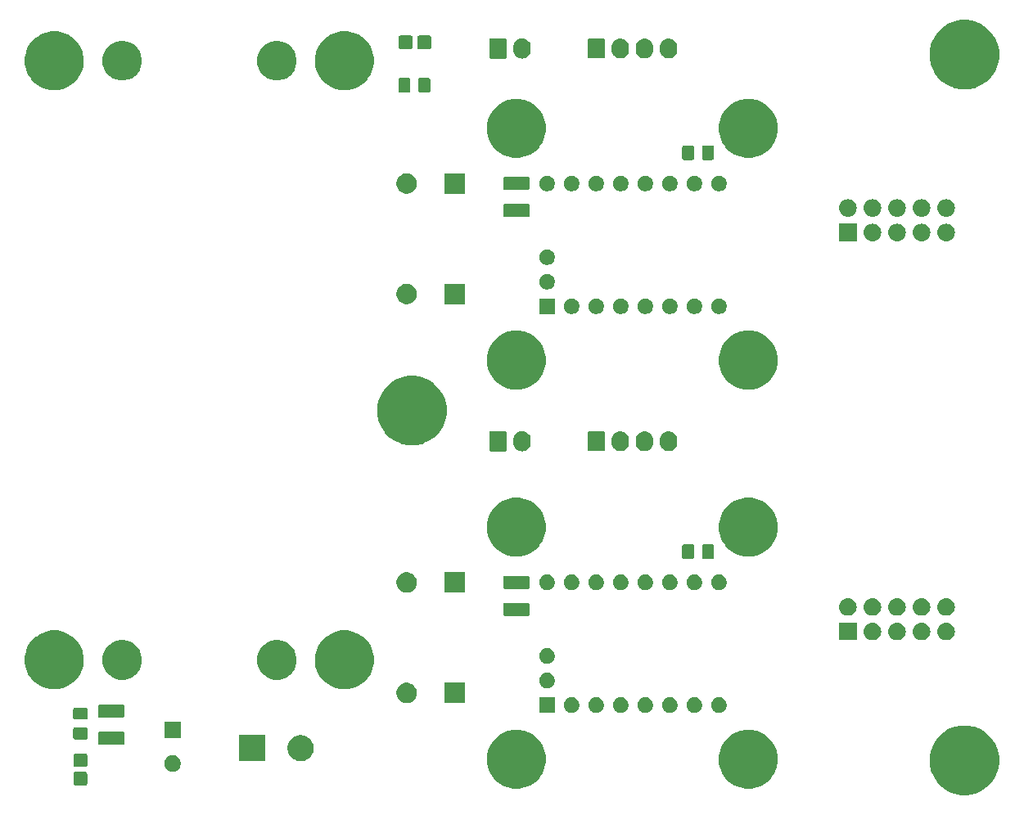
<source format=gts>
G04 #@! TF.GenerationSoftware,KiCad,Pcbnew,5.0.2+dfsg1-1*
G04 #@! TF.CreationDate,2021-08-07T23:42:24+09:00*
G04 #@! TF.ProjectId,tmc-hv-enxtender,746d632d-6876-42d6-956e-7874656e6465,rev?*
G04 #@! TF.SameCoordinates,Original*
G04 #@! TF.FileFunction,Soldermask,Top*
G04 #@! TF.FilePolarity,Negative*
%FSLAX46Y46*%
G04 Gerber Fmt 4.6, Leading zero omitted, Abs format (unit mm)*
G04 Created by KiCad (PCBNEW 5.0.2+dfsg1-1) date Sat 07 Aug 2021 11:42:24 PM JST*
%MOMM*%
%LPD*%
G01*
G04 APERTURE LIST*
%ADD10C,0.100000*%
G04 APERTURE END LIST*
D10*
G36*
X253780079Y-93693345D02*
X253780082Y-93693346D01*
X253780081Y-93693346D01*
X254435240Y-93964721D01*
X254904391Y-94278198D01*
X255024869Y-94358699D01*
X255526301Y-94860131D01*
X255526303Y-94860134D01*
X255920279Y-95449760D01*
X256151912Y-96008974D01*
X256191655Y-96104921D01*
X256330000Y-96800429D01*
X256330000Y-97509571D01*
X256191655Y-98205079D01*
X256191654Y-98205081D01*
X255920279Y-98860240D01*
X255563054Y-99394864D01*
X255526301Y-99449869D01*
X255024869Y-99951301D01*
X255024866Y-99951303D01*
X254435240Y-100345279D01*
X253876026Y-100576912D01*
X253780079Y-100616655D01*
X253084571Y-100755000D01*
X252375429Y-100755000D01*
X251679921Y-100616655D01*
X251583974Y-100576912D01*
X251024760Y-100345279D01*
X250435134Y-99951303D01*
X250435131Y-99951301D01*
X249933699Y-99449869D01*
X249896946Y-99394864D01*
X249539721Y-98860240D01*
X249268346Y-98205081D01*
X249268345Y-98205079D01*
X249130000Y-97509571D01*
X249130000Y-96800429D01*
X249268345Y-96104921D01*
X249308088Y-96008974D01*
X249539721Y-95449760D01*
X249933697Y-94860134D01*
X249933699Y-94860131D01*
X250435131Y-94358699D01*
X250555609Y-94278198D01*
X251024760Y-93964721D01*
X251679919Y-93693346D01*
X251679918Y-93693346D01*
X251679921Y-93693345D01*
X252375429Y-93555000D01*
X253084571Y-93555000D01*
X253780079Y-93693345D01*
X253780079Y-93693345D01*
G37*
G36*
X231264941Y-94091248D02*
X231264943Y-94091249D01*
X231264944Y-94091249D01*
X231820190Y-94321239D01*
X232138609Y-94534000D01*
X232319902Y-94655136D01*
X232744864Y-95080098D01*
X232744866Y-95080101D01*
X233078761Y-95579810D01*
X233308751Y-96135056D01*
X233308752Y-96135059D01*
X233426000Y-96724501D01*
X233426000Y-97325499D01*
X233315086Y-97883100D01*
X233308751Y-97914944D01*
X233078761Y-98470190D01*
X232981257Y-98616115D01*
X232744864Y-98969902D01*
X232319902Y-99394864D01*
X232319899Y-99394866D01*
X231820190Y-99728761D01*
X231264944Y-99958751D01*
X231264943Y-99958751D01*
X231264941Y-99958752D01*
X230675499Y-100076000D01*
X230074501Y-100076000D01*
X229485059Y-99958752D01*
X229485057Y-99958751D01*
X229485056Y-99958751D01*
X228929810Y-99728761D01*
X228430101Y-99394866D01*
X228430098Y-99394864D01*
X228005136Y-98969902D01*
X227768743Y-98616115D01*
X227671239Y-98470190D01*
X227441249Y-97914944D01*
X227434915Y-97883100D01*
X227324000Y-97325499D01*
X227324000Y-96724501D01*
X227441248Y-96135059D01*
X227441249Y-96135056D01*
X227671239Y-95579810D01*
X228005134Y-95080101D01*
X228005136Y-95080098D01*
X228430098Y-94655136D01*
X228611391Y-94534000D01*
X228929810Y-94321239D01*
X229485056Y-94091249D01*
X229485057Y-94091249D01*
X229485059Y-94091248D01*
X230074501Y-93974000D01*
X230675499Y-93974000D01*
X231264941Y-94091248D01*
X231264941Y-94091248D01*
G37*
G36*
X207264941Y-94091248D02*
X207264943Y-94091249D01*
X207264944Y-94091249D01*
X207820190Y-94321239D01*
X208138609Y-94534000D01*
X208319902Y-94655136D01*
X208744864Y-95080098D01*
X208744866Y-95080101D01*
X209078761Y-95579810D01*
X209308751Y-96135056D01*
X209308752Y-96135059D01*
X209426000Y-96724501D01*
X209426000Y-97325499D01*
X209315086Y-97883100D01*
X209308751Y-97914944D01*
X209078761Y-98470190D01*
X208981257Y-98616115D01*
X208744864Y-98969902D01*
X208319902Y-99394864D01*
X208319899Y-99394866D01*
X207820190Y-99728761D01*
X207264944Y-99958751D01*
X207264943Y-99958751D01*
X207264941Y-99958752D01*
X206675499Y-100076000D01*
X206074501Y-100076000D01*
X205485059Y-99958752D01*
X205485057Y-99958751D01*
X205485056Y-99958751D01*
X204929810Y-99728761D01*
X204430101Y-99394866D01*
X204430098Y-99394864D01*
X204005136Y-98969902D01*
X203768743Y-98616115D01*
X203671239Y-98470190D01*
X203441249Y-97914944D01*
X203434915Y-97883100D01*
X203324000Y-97325499D01*
X203324000Y-96724501D01*
X203441248Y-96135059D01*
X203441249Y-96135056D01*
X203671239Y-95579810D01*
X204005134Y-95080101D01*
X204005136Y-95080098D01*
X204430098Y-94655136D01*
X204611391Y-94534000D01*
X204929810Y-94321239D01*
X205485056Y-94091249D01*
X205485057Y-94091249D01*
X205485059Y-94091248D01*
X206074501Y-93974000D01*
X206675499Y-93974000D01*
X207264941Y-94091248D01*
X207264941Y-94091248D01*
G37*
G36*
X161835782Y-98350795D02*
X161871815Y-98361726D01*
X161905028Y-98379479D01*
X161934134Y-98403366D01*
X161958021Y-98432472D01*
X161975774Y-98465685D01*
X161986705Y-98501718D01*
X161991000Y-98545330D01*
X161991000Y-99574670D01*
X161986705Y-99618282D01*
X161975774Y-99654315D01*
X161958021Y-99687528D01*
X161934134Y-99716634D01*
X161905028Y-99740521D01*
X161871815Y-99758274D01*
X161835782Y-99769205D01*
X161792170Y-99773500D01*
X160787830Y-99773500D01*
X160744218Y-99769205D01*
X160708185Y-99758274D01*
X160674972Y-99740521D01*
X160645866Y-99716634D01*
X160621979Y-99687528D01*
X160604226Y-99654315D01*
X160593295Y-99618282D01*
X160589000Y-99574670D01*
X160589000Y-98545330D01*
X160593295Y-98501718D01*
X160604226Y-98465685D01*
X160621979Y-98432472D01*
X160645866Y-98403366D01*
X160674972Y-98379479D01*
X160708185Y-98361726D01*
X160744218Y-98350795D01*
X160787830Y-98346500D01*
X161792170Y-98346500D01*
X161835782Y-98350795D01*
X161835782Y-98350795D01*
G37*
G36*
X171063228Y-96661703D02*
X171218100Y-96725853D01*
X171357481Y-96818985D01*
X171476015Y-96937519D01*
X171569147Y-97076900D01*
X171633297Y-97231772D01*
X171666000Y-97396184D01*
X171666000Y-97563816D01*
X171633297Y-97728228D01*
X171569147Y-97883100D01*
X171476015Y-98022481D01*
X171357481Y-98141015D01*
X171218100Y-98234147D01*
X171063228Y-98298297D01*
X170898816Y-98331000D01*
X170731184Y-98331000D01*
X170566772Y-98298297D01*
X170411900Y-98234147D01*
X170272519Y-98141015D01*
X170153985Y-98022481D01*
X170060853Y-97883100D01*
X169996703Y-97728228D01*
X169964000Y-97563816D01*
X169964000Y-97396184D01*
X169996703Y-97231772D01*
X170060853Y-97076900D01*
X170153985Y-96937519D01*
X170272519Y-96818985D01*
X170411900Y-96725853D01*
X170566772Y-96661703D01*
X170731184Y-96629000D01*
X170898816Y-96629000D01*
X171063228Y-96661703D01*
X171063228Y-96661703D01*
G37*
G36*
X161835782Y-96425795D02*
X161871815Y-96436726D01*
X161905028Y-96454479D01*
X161934134Y-96478366D01*
X161958021Y-96507472D01*
X161975774Y-96540685D01*
X161986705Y-96576718D01*
X161991000Y-96620330D01*
X161991000Y-97649670D01*
X161986705Y-97693282D01*
X161975774Y-97729315D01*
X161958021Y-97762528D01*
X161934134Y-97791634D01*
X161905028Y-97815521D01*
X161871815Y-97833274D01*
X161835782Y-97844205D01*
X161792170Y-97848500D01*
X160787830Y-97848500D01*
X160744218Y-97844205D01*
X160708185Y-97833274D01*
X160674972Y-97815521D01*
X160645866Y-97791634D01*
X160621979Y-97762528D01*
X160604226Y-97729315D01*
X160593295Y-97693282D01*
X160589000Y-97649670D01*
X160589000Y-96620330D01*
X160593295Y-96576718D01*
X160604226Y-96540685D01*
X160621979Y-96507472D01*
X160645866Y-96478366D01*
X160674972Y-96454479D01*
X160708185Y-96436726D01*
X160744218Y-96425795D01*
X160787830Y-96421500D01*
X161792170Y-96421500D01*
X161835782Y-96425795D01*
X161835782Y-96425795D01*
G37*
G36*
X184333567Y-94559959D02*
X184464072Y-94585918D01*
X184709939Y-94687759D01*
X184843384Y-94776925D01*
X184931215Y-94835612D01*
X185119388Y-95023785D01*
X185119390Y-95023788D01*
X185267241Y-95245061D01*
X185369082Y-95490928D01*
X185369082Y-95490929D01*
X185421000Y-95751937D01*
X185421000Y-96018063D01*
X185397728Y-96135059D01*
X185369082Y-96279072D01*
X185267241Y-96524939D01*
X185132993Y-96725854D01*
X185119388Y-96746215D01*
X184931215Y-96934388D01*
X184931212Y-96934390D01*
X184709939Y-97082241D01*
X184464072Y-97184082D01*
X184333567Y-97210041D01*
X184203063Y-97236000D01*
X183936937Y-97236000D01*
X183806433Y-97210041D01*
X183675928Y-97184082D01*
X183430061Y-97082241D01*
X183208788Y-96934390D01*
X183208785Y-96934388D01*
X183020612Y-96746215D01*
X183007007Y-96725854D01*
X182872759Y-96524939D01*
X182770918Y-96279072D01*
X182742272Y-96135059D01*
X182719000Y-96018063D01*
X182719000Y-95751937D01*
X182770918Y-95490929D01*
X182770918Y-95490928D01*
X182872759Y-95245061D01*
X183020610Y-95023788D01*
X183020612Y-95023785D01*
X183208785Y-94835612D01*
X183296616Y-94776925D01*
X183430061Y-94687759D01*
X183675928Y-94585918D01*
X183806433Y-94559959D01*
X183936937Y-94534000D01*
X184203063Y-94534000D01*
X184333567Y-94559959D01*
X184333567Y-94559959D01*
G37*
G36*
X180421000Y-97236000D02*
X177719000Y-97236000D01*
X177719000Y-94534000D01*
X180421000Y-94534000D01*
X180421000Y-97236000D01*
X180421000Y-97236000D01*
G37*
G36*
X165683604Y-94203347D02*
X165720145Y-94214432D01*
X165753820Y-94232431D01*
X165783341Y-94256659D01*
X165807569Y-94286180D01*
X165825568Y-94319855D01*
X165836653Y-94356396D01*
X165841000Y-94400538D01*
X165841000Y-95349462D01*
X165836653Y-95393604D01*
X165825568Y-95430145D01*
X165807569Y-95463820D01*
X165783341Y-95493341D01*
X165753820Y-95517569D01*
X165720145Y-95535568D01*
X165683604Y-95546653D01*
X165639462Y-95551000D01*
X163290538Y-95551000D01*
X163246396Y-95546653D01*
X163209855Y-95535568D01*
X163176180Y-95517569D01*
X163146659Y-95493341D01*
X163122431Y-95463820D01*
X163104432Y-95430145D01*
X163093347Y-95393604D01*
X163089000Y-95349462D01*
X163089000Y-94400538D01*
X163093347Y-94356396D01*
X163104432Y-94319855D01*
X163122431Y-94286180D01*
X163146659Y-94256659D01*
X163176180Y-94232431D01*
X163209855Y-94214432D01*
X163246396Y-94203347D01*
X163290538Y-94199000D01*
X165639462Y-94199000D01*
X165683604Y-94203347D01*
X165683604Y-94203347D01*
G37*
G36*
X161878677Y-93748465D02*
X161916364Y-93759898D01*
X161951103Y-93778466D01*
X161981548Y-93803452D01*
X162006534Y-93833897D01*
X162025102Y-93868636D01*
X162036535Y-93906323D01*
X162041000Y-93951661D01*
X162041000Y-94788339D01*
X162036535Y-94833677D01*
X162025102Y-94871364D01*
X162006534Y-94906103D01*
X161981548Y-94936548D01*
X161951103Y-94961534D01*
X161916364Y-94980102D01*
X161878677Y-94991535D01*
X161833339Y-94996000D01*
X160746661Y-94996000D01*
X160701323Y-94991535D01*
X160663636Y-94980102D01*
X160628897Y-94961534D01*
X160598452Y-94936548D01*
X160573466Y-94906103D01*
X160554898Y-94871364D01*
X160543465Y-94833677D01*
X160539000Y-94788339D01*
X160539000Y-93951661D01*
X160543465Y-93906323D01*
X160554898Y-93868636D01*
X160573466Y-93833897D01*
X160598452Y-93803452D01*
X160628897Y-93778466D01*
X160663636Y-93759898D01*
X160701323Y-93748465D01*
X160746661Y-93744000D01*
X161833339Y-93744000D01*
X161878677Y-93748465D01*
X161878677Y-93748465D01*
G37*
G36*
X171666000Y-94831000D02*
X169964000Y-94831000D01*
X169964000Y-93129000D01*
X171666000Y-93129000D01*
X171666000Y-94831000D01*
X171666000Y-94831000D01*
G37*
G36*
X161878677Y-91698465D02*
X161916364Y-91709898D01*
X161951103Y-91728466D01*
X161981548Y-91753452D01*
X162006534Y-91783897D01*
X162025102Y-91818636D01*
X162036535Y-91856323D01*
X162041000Y-91901661D01*
X162041000Y-92738339D01*
X162036535Y-92783677D01*
X162025102Y-92821364D01*
X162006534Y-92856103D01*
X161981548Y-92886548D01*
X161951103Y-92911534D01*
X161916364Y-92930102D01*
X161878677Y-92941535D01*
X161833339Y-92946000D01*
X160746661Y-92946000D01*
X160701323Y-92941535D01*
X160663636Y-92930102D01*
X160628897Y-92911534D01*
X160598452Y-92886548D01*
X160573466Y-92856103D01*
X160554898Y-92821364D01*
X160543465Y-92783677D01*
X160539000Y-92738339D01*
X160539000Y-91901661D01*
X160543465Y-91856323D01*
X160554898Y-91818636D01*
X160573466Y-91783897D01*
X160598452Y-91753452D01*
X160628897Y-91728466D01*
X160663636Y-91709898D01*
X160701323Y-91698465D01*
X160746661Y-91694000D01*
X161833339Y-91694000D01*
X161878677Y-91698465D01*
X161878677Y-91698465D01*
G37*
G36*
X165683604Y-91403347D02*
X165720145Y-91414432D01*
X165753820Y-91432431D01*
X165783341Y-91456659D01*
X165807569Y-91486180D01*
X165825568Y-91519855D01*
X165836653Y-91556396D01*
X165841000Y-91600538D01*
X165841000Y-92549462D01*
X165836653Y-92593604D01*
X165825568Y-92630145D01*
X165807569Y-92663820D01*
X165783341Y-92693341D01*
X165753820Y-92717569D01*
X165720145Y-92735568D01*
X165683604Y-92746653D01*
X165639462Y-92751000D01*
X163290538Y-92751000D01*
X163246396Y-92746653D01*
X163209855Y-92735568D01*
X163176180Y-92717569D01*
X163146659Y-92693341D01*
X163122431Y-92663820D01*
X163104432Y-92630145D01*
X163093347Y-92593604D01*
X163089000Y-92549462D01*
X163089000Y-91600538D01*
X163093347Y-91556396D01*
X163104432Y-91519855D01*
X163122431Y-91486180D01*
X163146659Y-91456659D01*
X163176180Y-91432431D01*
X163209855Y-91414432D01*
X163246396Y-91403347D01*
X163290538Y-91399000D01*
X165639462Y-91399000D01*
X165683604Y-91403347D01*
X165683604Y-91403347D01*
G37*
G36*
X217407142Y-90658242D02*
X217555102Y-90719530D01*
X217688258Y-90808502D01*
X217801498Y-90921742D01*
X217890470Y-91054898D01*
X217951758Y-91202858D01*
X217983000Y-91359925D01*
X217983000Y-91520075D01*
X217951758Y-91677142D01*
X217890470Y-91825102D01*
X217801498Y-91958258D01*
X217688258Y-92071498D01*
X217555102Y-92160470D01*
X217407142Y-92221758D01*
X217250075Y-92253000D01*
X217089925Y-92253000D01*
X216932858Y-92221758D01*
X216784898Y-92160470D01*
X216651742Y-92071498D01*
X216538502Y-91958258D01*
X216449530Y-91825102D01*
X216388242Y-91677142D01*
X216357000Y-91520075D01*
X216357000Y-91359925D01*
X216388242Y-91202858D01*
X216449530Y-91054898D01*
X216538502Y-90921742D01*
X216651742Y-90808502D01*
X216784898Y-90719530D01*
X216932858Y-90658242D01*
X217089925Y-90627000D01*
X217250075Y-90627000D01*
X217407142Y-90658242D01*
X217407142Y-90658242D01*
G37*
G36*
X225027142Y-90658242D02*
X225175102Y-90719530D01*
X225308258Y-90808502D01*
X225421498Y-90921742D01*
X225510470Y-91054898D01*
X225571758Y-91202858D01*
X225603000Y-91359925D01*
X225603000Y-91520075D01*
X225571758Y-91677142D01*
X225510470Y-91825102D01*
X225421498Y-91958258D01*
X225308258Y-92071498D01*
X225175102Y-92160470D01*
X225027142Y-92221758D01*
X224870075Y-92253000D01*
X224709925Y-92253000D01*
X224552858Y-92221758D01*
X224404898Y-92160470D01*
X224271742Y-92071498D01*
X224158502Y-91958258D01*
X224069530Y-91825102D01*
X224008242Y-91677142D01*
X223977000Y-91520075D01*
X223977000Y-91359925D01*
X224008242Y-91202858D01*
X224069530Y-91054898D01*
X224158502Y-90921742D01*
X224271742Y-90808502D01*
X224404898Y-90719530D01*
X224552858Y-90658242D01*
X224709925Y-90627000D01*
X224870075Y-90627000D01*
X225027142Y-90658242D01*
X225027142Y-90658242D01*
G37*
G36*
X222487142Y-90658242D02*
X222635102Y-90719530D01*
X222768258Y-90808502D01*
X222881498Y-90921742D01*
X222970470Y-91054898D01*
X223031758Y-91202858D01*
X223063000Y-91359925D01*
X223063000Y-91520075D01*
X223031758Y-91677142D01*
X222970470Y-91825102D01*
X222881498Y-91958258D01*
X222768258Y-92071498D01*
X222635102Y-92160470D01*
X222487142Y-92221758D01*
X222330075Y-92253000D01*
X222169925Y-92253000D01*
X222012858Y-92221758D01*
X221864898Y-92160470D01*
X221731742Y-92071498D01*
X221618502Y-91958258D01*
X221529530Y-91825102D01*
X221468242Y-91677142D01*
X221437000Y-91520075D01*
X221437000Y-91359925D01*
X221468242Y-91202858D01*
X221529530Y-91054898D01*
X221618502Y-90921742D01*
X221731742Y-90808502D01*
X221864898Y-90719530D01*
X222012858Y-90658242D01*
X222169925Y-90627000D01*
X222330075Y-90627000D01*
X222487142Y-90658242D01*
X222487142Y-90658242D01*
G37*
G36*
X219947142Y-90658242D02*
X220095102Y-90719530D01*
X220228258Y-90808502D01*
X220341498Y-90921742D01*
X220430470Y-91054898D01*
X220491758Y-91202858D01*
X220523000Y-91359925D01*
X220523000Y-91520075D01*
X220491758Y-91677142D01*
X220430470Y-91825102D01*
X220341498Y-91958258D01*
X220228258Y-92071498D01*
X220095102Y-92160470D01*
X219947142Y-92221758D01*
X219790075Y-92253000D01*
X219629925Y-92253000D01*
X219472858Y-92221758D01*
X219324898Y-92160470D01*
X219191742Y-92071498D01*
X219078502Y-91958258D01*
X218989530Y-91825102D01*
X218928242Y-91677142D01*
X218897000Y-91520075D01*
X218897000Y-91359925D01*
X218928242Y-91202858D01*
X218989530Y-91054898D01*
X219078502Y-90921742D01*
X219191742Y-90808502D01*
X219324898Y-90719530D01*
X219472858Y-90658242D01*
X219629925Y-90627000D01*
X219790075Y-90627000D01*
X219947142Y-90658242D01*
X219947142Y-90658242D01*
G37*
G36*
X214867142Y-90658242D02*
X215015102Y-90719530D01*
X215148258Y-90808502D01*
X215261498Y-90921742D01*
X215350470Y-91054898D01*
X215411758Y-91202858D01*
X215443000Y-91359925D01*
X215443000Y-91520075D01*
X215411758Y-91677142D01*
X215350470Y-91825102D01*
X215261498Y-91958258D01*
X215148258Y-92071498D01*
X215015102Y-92160470D01*
X214867142Y-92221758D01*
X214710075Y-92253000D01*
X214549925Y-92253000D01*
X214392858Y-92221758D01*
X214244898Y-92160470D01*
X214111742Y-92071498D01*
X213998502Y-91958258D01*
X213909530Y-91825102D01*
X213848242Y-91677142D01*
X213817000Y-91520075D01*
X213817000Y-91359925D01*
X213848242Y-91202858D01*
X213909530Y-91054898D01*
X213998502Y-90921742D01*
X214111742Y-90808502D01*
X214244898Y-90719530D01*
X214392858Y-90658242D01*
X214549925Y-90627000D01*
X214710075Y-90627000D01*
X214867142Y-90658242D01*
X214867142Y-90658242D01*
G37*
G36*
X212327142Y-90658242D02*
X212475102Y-90719530D01*
X212608258Y-90808502D01*
X212721498Y-90921742D01*
X212810470Y-91054898D01*
X212871758Y-91202858D01*
X212903000Y-91359925D01*
X212903000Y-91520075D01*
X212871758Y-91677142D01*
X212810470Y-91825102D01*
X212721498Y-91958258D01*
X212608258Y-92071498D01*
X212475102Y-92160470D01*
X212327142Y-92221758D01*
X212170075Y-92253000D01*
X212009925Y-92253000D01*
X211852858Y-92221758D01*
X211704898Y-92160470D01*
X211571742Y-92071498D01*
X211458502Y-91958258D01*
X211369530Y-91825102D01*
X211308242Y-91677142D01*
X211277000Y-91520075D01*
X211277000Y-91359925D01*
X211308242Y-91202858D01*
X211369530Y-91054898D01*
X211458502Y-90921742D01*
X211571742Y-90808502D01*
X211704898Y-90719530D01*
X211852858Y-90658242D01*
X212009925Y-90627000D01*
X212170075Y-90627000D01*
X212327142Y-90658242D01*
X212327142Y-90658242D01*
G37*
G36*
X210363000Y-92253000D02*
X208737000Y-92253000D01*
X208737000Y-90627000D01*
X210363000Y-90627000D01*
X210363000Y-92253000D01*
X210363000Y-92253000D01*
G37*
G36*
X227567142Y-90658242D02*
X227715102Y-90719530D01*
X227848258Y-90808502D01*
X227961498Y-90921742D01*
X228050470Y-91054898D01*
X228111758Y-91202858D01*
X228143000Y-91359925D01*
X228143000Y-91520075D01*
X228111758Y-91677142D01*
X228050470Y-91825102D01*
X227961498Y-91958258D01*
X227848258Y-92071498D01*
X227715102Y-92160470D01*
X227567142Y-92221758D01*
X227410075Y-92253000D01*
X227249925Y-92253000D01*
X227092858Y-92221758D01*
X226944898Y-92160470D01*
X226811742Y-92071498D01*
X226698502Y-91958258D01*
X226609530Y-91825102D01*
X226548242Y-91677142D01*
X226517000Y-91520075D01*
X226517000Y-91359925D01*
X226548242Y-91202858D01*
X226609530Y-91054898D01*
X226698502Y-90921742D01*
X226811742Y-90808502D01*
X226944898Y-90719530D01*
X227092858Y-90658242D01*
X227249925Y-90627000D01*
X227410075Y-90627000D01*
X227567142Y-90658242D01*
X227567142Y-90658242D01*
G37*
G36*
X201076000Y-91221000D02*
X198974000Y-91221000D01*
X198974000Y-89119000D01*
X201076000Y-89119000D01*
X201076000Y-91221000D01*
X201076000Y-91221000D01*
G37*
G36*
X195331565Y-89159389D02*
X195522834Y-89238615D01*
X195694976Y-89353637D01*
X195841363Y-89500024D01*
X195956385Y-89672166D01*
X196035611Y-89863435D01*
X196076000Y-90066484D01*
X196076000Y-90273516D01*
X196035611Y-90476565D01*
X195956385Y-90667834D01*
X195841363Y-90839976D01*
X195694976Y-90986363D01*
X195522834Y-91101385D01*
X195331565Y-91180611D01*
X195128516Y-91221000D01*
X194921484Y-91221000D01*
X194718435Y-91180611D01*
X194527166Y-91101385D01*
X194355024Y-90986363D01*
X194208637Y-90839976D01*
X194093615Y-90667834D01*
X194014389Y-90476565D01*
X193974000Y-90273516D01*
X193974000Y-90066484D01*
X194014389Y-89863435D01*
X194093615Y-89672166D01*
X194208637Y-89500024D01*
X194355024Y-89353637D01*
X194527166Y-89238615D01*
X194718435Y-89159389D01*
X194921484Y-89119000D01*
X195128516Y-89119000D01*
X195331565Y-89159389D01*
X195331565Y-89159389D01*
G37*
G36*
X159484941Y-83831248D02*
X159484943Y-83831249D01*
X159484944Y-83831249D01*
X160040190Y-84061239D01*
X160443292Y-84330583D01*
X160539902Y-84395136D01*
X160964864Y-84820098D01*
X160964866Y-84820101D01*
X161298761Y-85319810D01*
X161494964Y-85793487D01*
X161528752Y-85875059D01*
X161646000Y-86464501D01*
X161646000Y-87065499D01*
X161586773Y-87363252D01*
X161528751Y-87654944D01*
X161298761Y-88210190D01*
X160996298Y-88662857D01*
X160964864Y-88709902D01*
X160539902Y-89134864D01*
X160539899Y-89134866D01*
X160040190Y-89468761D01*
X159484944Y-89698751D01*
X159484943Y-89698751D01*
X159484941Y-89698752D01*
X158895499Y-89816000D01*
X158294501Y-89816000D01*
X157705059Y-89698752D01*
X157705057Y-89698751D01*
X157705056Y-89698751D01*
X157149810Y-89468761D01*
X156650101Y-89134866D01*
X156650098Y-89134864D01*
X156225136Y-88709902D01*
X156193702Y-88662857D01*
X155891239Y-88210190D01*
X155661249Y-87654944D01*
X155603228Y-87363252D01*
X155544000Y-87065499D01*
X155544000Y-86464501D01*
X155661248Y-85875059D01*
X155695036Y-85793487D01*
X155891239Y-85319810D01*
X156225134Y-84820101D01*
X156225136Y-84820098D01*
X156650098Y-84395136D01*
X156746708Y-84330583D01*
X157149810Y-84061239D01*
X157705056Y-83831249D01*
X157705057Y-83831249D01*
X157705059Y-83831248D01*
X158294501Y-83714000D01*
X158895499Y-83714000D01*
X159484941Y-83831248D01*
X159484941Y-83831248D01*
G37*
G36*
X189484941Y-83831248D02*
X189484943Y-83831249D01*
X189484944Y-83831249D01*
X190040190Y-84061239D01*
X190443292Y-84330583D01*
X190539902Y-84395136D01*
X190964864Y-84820098D01*
X190964866Y-84820101D01*
X191298761Y-85319810D01*
X191494964Y-85793487D01*
X191528752Y-85875059D01*
X191646000Y-86464501D01*
X191646000Y-87065499D01*
X191586773Y-87363252D01*
X191528751Y-87654944D01*
X191298761Y-88210190D01*
X190996298Y-88662857D01*
X190964864Y-88709902D01*
X190539902Y-89134864D01*
X190539899Y-89134866D01*
X190040190Y-89468761D01*
X189484944Y-89698751D01*
X189484943Y-89698751D01*
X189484941Y-89698752D01*
X188895499Y-89816000D01*
X188294501Y-89816000D01*
X187705059Y-89698752D01*
X187705057Y-89698751D01*
X187705056Y-89698751D01*
X187149810Y-89468761D01*
X186650101Y-89134866D01*
X186650098Y-89134864D01*
X186225136Y-88709902D01*
X186193702Y-88662857D01*
X185891239Y-88210190D01*
X185661249Y-87654944D01*
X185603228Y-87363252D01*
X185544000Y-87065499D01*
X185544000Y-86464501D01*
X185661248Y-85875059D01*
X185695036Y-85793487D01*
X185891239Y-85319810D01*
X186225134Y-84820101D01*
X186225136Y-84820098D01*
X186650098Y-84395136D01*
X186746708Y-84330583D01*
X187149810Y-84061239D01*
X187705056Y-83831249D01*
X187705057Y-83831249D01*
X187705059Y-83831248D01*
X188294501Y-83714000D01*
X188895499Y-83714000D01*
X189484941Y-83831248D01*
X189484941Y-83831248D01*
G37*
G36*
X209787142Y-88118242D02*
X209935102Y-88179530D01*
X210068258Y-88268502D01*
X210181498Y-88381742D01*
X210270470Y-88514898D01*
X210331758Y-88662858D01*
X210363000Y-88819925D01*
X210363000Y-88980075D01*
X210331758Y-89137142D01*
X210270470Y-89285102D01*
X210181498Y-89418258D01*
X210068258Y-89531498D01*
X209935102Y-89620470D01*
X209787142Y-89681758D01*
X209630075Y-89713000D01*
X209469925Y-89713000D01*
X209312858Y-89681758D01*
X209164898Y-89620470D01*
X209031742Y-89531498D01*
X208918502Y-89418258D01*
X208829530Y-89285102D01*
X208768242Y-89137142D01*
X208737000Y-88980075D01*
X208737000Y-88819925D01*
X208768242Y-88662858D01*
X208829530Y-88514898D01*
X208918502Y-88381742D01*
X209031742Y-88268502D01*
X209164898Y-88179530D01*
X209312858Y-88118242D01*
X209469925Y-88087000D01*
X209630075Y-88087000D01*
X209787142Y-88118242D01*
X209787142Y-88118242D01*
G37*
G36*
X166193252Y-84792818D02*
X166193254Y-84792819D01*
X166193255Y-84792819D01*
X166566513Y-84947427D01*
X166566514Y-84947428D01*
X166902439Y-85171886D01*
X167188114Y-85457561D01*
X167188116Y-85457564D01*
X167412573Y-85793487D01*
X167487716Y-85974900D01*
X167567182Y-86166748D01*
X167646000Y-86562993D01*
X167646000Y-86967007D01*
X167623431Y-87080471D01*
X167567181Y-87363255D01*
X167412573Y-87736513D01*
X167412572Y-87736514D01*
X167188114Y-88072439D01*
X166902439Y-88358114D01*
X166902436Y-88358116D01*
X166566513Y-88582573D01*
X166193255Y-88737181D01*
X166193254Y-88737181D01*
X166193252Y-88737182D01*
X165797007Y-88816000D01*
X165392993Y-88816000D01*
X164996748Y-88737182D01*
X164996746Y-88737181D01*
X164996745Y-88737181D01*
X164623487Y-88582573D01*
X164287564Y-88358116D01*
X164287561Y-88358114D01*
X164001886Y-88072439D01*
X163777428Y-87736514D01*
X163777427Y-87736513D01*
X163622819Y-87363255D01*
X163566570Y-87080471D01*
X163544000Y-86967007D01*
X163544000Y-86562993D01*
X163622818Y-86166748D01*
X163702284Y-85974900D01*
X163777427Y-85793487D01*
X164001884Y-85457564D01*
X164001886Y-85457561D01*
X164287561Y-85171886D01*
X164623486Y-84947428D01*
X164623487Y-84947427D01*
X164996745Y-84792819D01*
X164996746Y-84792819D01*
X164996748Y-84792818D01*
X165392993Y-84714000D01*
X165797007Y-84714000D01*
X166193252Y-84792818D01*
X166193252Y-84792818D01*
G37*
G36*
X182193252Y-84792818D02*
X182193254Y-84792819D01*
X182193255Y-84792819D01*
X182566513Y-84947427D01*
X182566514Y-84947428D01*
X182902439Y-85171886D01*
X183188114Y-85457561D01*
X183188116Y-85457564D01*
X183412573Y-85793487D01*
X183487716Y-85974900D01*
X183567182Y-86166748D01*
X183646000Y-86562993D01*
X183646000Y-86967007D01*
X183623431Y-87080471D01*
X183567181Y-87363255D01*
X183412573Y-87736513D01*
X183412572Y-87736514D01*
X183188114Y-88072439D01*
X182902439Y-88358114D01*
X182902436Y-88358116D01*
X182566513Y-88582573D01*
X182193255Y-88737181D01*
X182193254Y-88737181D01*
X182193252Y-88737182D01*
X181797007Y-88816000D01*
X181392993Y-88816000D01*
X180996748Y-88737182D01*
X180996746Y-88737181D01*
X180996745Y-88737181D01*
X180623487Y-88582573D01*
X180287564Y-88358116D01*
X180287561Y-88358114D01*
X180001886Y-88072439D01*
X179777428Y-87736514D01*
X179777427Y-87736513D01*
X179622819Y-87363255D01*
X179566570Y-87080471D01*
X179544000Y-86967007D01*
X179544000Y-86562993D01*
X179622818Y-86166748D01*
X179702284Y-85974900D01*
X179777427Y-85793487D01*
X180001884Y-85457564D01*
X180001886Y-85457561D01*
X180287561Y-85171886D01*
X180623486Y-84947428D01*
X180623487Y-84947427D01*
X180996745Y-84792819D01*
X180996746Y-84792819D01*
X180996748Y-84792818D01*
X181392993Y-84714000D01*
X181797007Y-84714000D01*
X182193252Y-84792818D01*
X182193252Y-84792818D01*
G37*
G36*
X209787142Y-85578242D02*
X209935102Y-85639530D01*
X210068258Y-85728502D01*
X210181498Y-85841742D01*
X210270470Y-85974898D01*
X210331758Y-86122858D01*
X210363000Y-86279925D01*
X210363000Y-86440075D01*
X210331758Y-86597142D01*
X210270470Y-86745102D01*
X210181498Y-86878258D01*
X210068258Y-86991498D01*
X209935102Y-87080470D01*
X209787142Y-87141758D01*
X209630075Y-87173000D01*
X209469925Y-87173000D01*
X209312858Y-87141758D01*
X209164898Y-87080470D01*
X209031742Y-86991498D01*
X208918502Y-86878258D01*
X208829530Y-86745102D01*
X208768242Y-86597142D01*
X208737000Y-86440075D01*
X208737000Y-86279925D01*
X208768242Y-86122858D01*
X208829530Y-85974898D01*
X208918502Y-85841742D01*
X209031742Y-85728502D01*
X209164898Y-85639530D01*
X209312858Y-85578242D01*
X209469925Y-85547000D01*
X209630075Y-85547000D01*
X209787142Y-85578242D01*
X209787142Y-85578242D01*
G37*
G36*
X243384294Y-82918633D02*
X243556694Y-82970931D01*
X243556696Y-82970932D01*
X243715583Y-83055859D01*
X243715585Y-83055860D01*
X243715584Y-83055860D01*
X243854849Y-83170151D01*
X243969140Y-83309416D01*
X244054069Y-83468306D01*
X244106367Y-83640706D01*
X244124025Y-83820000D01*
X244106367Y-83999294D01*
X244054069Y-84171694D01*
X244054068Y-84171696D01*
X243969141Y-84330583D01*
X243854849Y-84469849D01*
X243715583Y-84584141D01*
X243556696Y-84669068D01*
X243556694Y-84669069D01*
X243384294Y-84721367D01*
X243249931Y-84734600D01*
X243160069Y-84734600D01*
X243025706Y-84721367D01*
X242853306Y-84669069D01*
X242853304Y-84669068D01*
X242694417Y-84584141D01*
X242555151Y-84469849D01*
X242440859Y-84330583D01*
X242355932Y-84171696D01*
X242355931Y-84171694D01*
X242303633Y-83999294D01*
X242285975Y-83820000D01*
X242303633Y-83640706D01*
X242355931Y-83468306D01*
X242440860Y-83309416D01*
X242555151Y-83170151D01*
X242694416Y-83055860D01*
X242694415Y-83055860D01*
X242694417Y-83055859D01*
X242853304Y-82970932D01*
X242853306Y-82970931D01*
X243025706Y-82918633D01*
X243160069Y-82905400D01*
X243249931Y-82905400D01*
X243384294Y-82918633D01*
X243384294Y-82918633D01*
G37*
G36*
X241579600Y-84734600D02*
X239750400Y-84734600D01*
X239750400Y-82905400D01*
X241579600Y-82905400D01*
X241579600Y-84734600D01*
X241579600Y-84734600D01*
G37*
G36*
X245924294Y-82918633D02*
X246096694Y-82970931D01*
X246096696Y-82970932D01*
X246255583Y-83055859D01*
X246255585Y-83055860D01*
X246255584Y-83055860D01*
X246394849Y-83170151D01*
X246509140Y-83309416D01*
X246594069Y-83468306D01*
X246646367Y-83640706D01*
X246664025Y-83820000D01*
X246646367Y-83999294D01*
X246594069Y-84171694D01*
X246594068Y-84171696D01*
X246509141Y-84330583D01*
X246394849Y-84469849D01*
X246255583Y-84584141D01*
X246096696Y-84669068D01*
X246096694Y-84669069D01*
X245924294Y-84721367D01*
X245789931Y-84734600D01*
X245700069Y-84734600D01*
X245565706Y-84721367D01*
X245393306Y-84669069D01*
X245393304Y-84669068D01*
X245234417Y-84584141D01*
X245095151Y-84469849D01*
X244980859Y-84330583D01*
X244895932Y-84171696D01*
X244895931Y-84171694D01*
X244843633Y-83999294D01*
X244825975Y-83820000D01*
X244843633Y-83640706D01*
X244895931Y-83468306D01*
X244980860Y-83309416D01*
X245095151Y-83170151D01*
X245234416Y-83055860D01*
X245234415Y-83055860D01*
X245234417Y-83055859D01*
X245393304Y-82970932D01*
X245393306Y-82970931D01*
X245565706Y-82918633D01*
X245700069Y-82905400D01*
X245789931Y-82905400D01*
X245924294Y-82918633D01*
X245924294Y-82918633D01*
G37*
G36*
X251004294Y-82918633D02*
X251176694Y-82970931D01*
X251176696Y-82970932D01*
X251335583Y-83055859D01*
X251335585Y-83055860D01*
X251335584Y-83055860D01*
X251474849Y-83170151D01*
X251589140Y-83309416D01*
X251674069Y-83468306D01*
X251726367Y-83640706D01*
X251744025Y-83820000D01*
X251726367Y-83999294D01*
X251674069Y-84171694D01*
X251674068Y-84171696D01*
X251589141Y-84330583D01*
X251474849Y-84469849D01*
X251335583Y-84584141D01*
X251176696Y-84669068D01*
X251176694Y-84669069D01*
X251004294Y-84721367D01*
X250869931Y-84734600D01*
X250780069Y-84734600D01*
X250645706Y-84721367D01*
X250473306Y-84669069D01*
X250473304Y-84669068D01*
X250314417Y-84584141D01*
X250175151Y-84469849D01*
X250060859Y-84330583D01*
X249975932Y-84171696D01*
X249975931Y-84171694D01*
X249923633Y-83999294D01*
X249905975Y-83820000D01*
X249923633Y-83640706D01*
X249975931Y-83468306D01*
X250060860Y-83309416D01*
X250175151Y-83170151D01*
X250314416Y-83055860D01*
X250314415Y-83055860D01*
X250314417Y-83055859D01*
X250473304Y-82970932D01*
X250473306Y-82970931D01*
X250645706Y-82918633D01*
X250780069Y-82905400D01*
X250869931Y-82905400D01*
X251004294Y-82918633D01*
X251004294Y-82918633D01*
G37*
G36*
X248464294Y-82918633D02*
X248636694Y-82970931D01*
X248636696Y-82970932D01*
X248795583Y-83055859D01*
X248795585Y-83055860D01*
X248795584Y-83055860D01*
X248934849Y-83170151D01*
X249049140Y-83309416D01*
X249134069Y-83468306D01*
X249186367Y-83640706D01*
X249204025Y-83820000D01*
X249186367Y-83999294D01*
X249134069Y-84171694D01*
X249134068Y-84171696D01*
X249049141Y-84330583D01*
X248934849Y-84469849D01*
X248795583Y-84584141D01*
X248636696Y-84669068D01*
X248636694Y-84669069D01*
X248464294Y-84721367D01*
X248329931Y-84734600D01*
X248240069Y-84734600D01*
X248105706Y-84721367D01*
X247933306Y-84669069D01*
X247933304Y-84669068D01*
X247774417Y-84584141D01*
X247635151Y-84469849D01*
X247520859Y-84330583D01*
X247435932Y-84171696D01*
X247435931Y-84171694D01*
X247383633Y-83999294D01*
X247365975Y-83820000D01*
X247383633Y-83640706D01*
X247435931Y-83468306D01*
X247520860Y-83309416D01*
X247635151Y-83170151D01*
X247774416Y-83055860D01*
X247774415Y-83055860D01*
X247774417Y-83055859D01*
X247933304Y-82970932D01*
X247933306Y-82970931D01*
X248105706Y-82918633D01*
X248240069Y-82905400D01*
X248329931Y-82905400D01*
X248464294Y-82918633D01*
X248464294Y-82918633D01*
G37*
G36*
X207593604Y-80868347D02*
X207630145Y-80879432D01*
X207663820Y-80897431D01*
X207693341Y-80921659D01*
X207717569Y-80951180D01*
X207735568Y-80984855D01*
X207746653Y-81021396D01*
X207751000Y-81065538D01*
X207751000Y-82014462D01*
X207746653Y-82058604D01*
X207735568Y-82095145D01*
X207717569Y-82128820D01*
X207693341Y-82158341D01*
X207663820Y-82182569D01*
X207630145Y-82200568D01*
X207593604Y-82211653D01*
X207549462Y-82216000D01*
X205200538Y-82216000D01*
X205156396Y-82211653D01*
X205119855Y-82200568D01*
X205086180Y-82182569D01*
X205056659Y-82158341D01*
X205032431Y-82128820D01*
X205014432Y-82095145D01*
X205003347Y-82058604D01*
X204999000Y-82014462D01*
X204999000Y-81065538D01*
X205003347Y-81021396D01*
X205014432Y-80984855D01*
X205032431Y-80951180D01*
X205056659Y-80921659D01*
X205086180Y-80897431D01*
X205119855Y-80879432D01*
X205156396Y-80868347D01*
X205200538Y-80864000D01*
X207549462Y-80864000D01*
X207593604Y-80868347D01*
X207593604Y-80868347D01*
G37*
G36*
X245924294Y-80378633D02*
X246096694Y-80430931D01*
X246096696Y-80430932D01*
X246255583Y-80515859D01*
X246394849Y-80630151D01*
X246509141Y-80769417D01*
X246577566Y-80897431D01*
X246594069Y-80928306D01*
X246646367Y-81100706D01*
X246664025Y-81280000D01*
X246646367Y-81459294D01*
X246594069Y-81631694D01*
X246594068Y-81631696D01*
X246509141Y-81790583D01*
X246394849Y-81929849D01*
X246255583Y-82044141D01*
X246160161Y-82095145D01*
X246096694Y-82129069D01*
X245924294Y-82181367D01*
X245789931Y-82194600D01*
X245700069Y-82194600D01*
X245565706Y-82181367D01*
X245393306Y-82129069D01*
X245329839Y-82095145D01*
X245234417Y-82044141D01*
X245095151Y-81929849D01*
X244980859Y-81790583D01*
X244895932Y-81631696D01*
X244895931Y-81631694D01*
X244843633Y-81459294D01*
X244825975Y-81280000D01*
X244843633Y-81100706D01*
X244895931Y-80928306D01*
X244912434Y-80897431D01*
X244980859Y-80769417D01*
X245095151Y-80630151D01*
X245234417Y-80515859D01*
X245393304Y-80430932D01*
X245393306Y-80430931D01*
X245565706Y-80378633D01*
X245700069Y-80365400D01*
X245789931Y-80365400D01*
X245924294Y-80378633D01*
X245924294Y-80378633D01*
G37*
G36*
X240844294Y-80378633D02*
X241016694Y-80430931D01*
X241016696Y-80430932D01*
X241175583Y-80515859D01*
X241314849Y-80630151D01*
X241429141Y-80769417D01*
X241497566Y-80897431D01*
X241514069Y-80928306D01*
X241566367Y-81100706D01*
X241584025Y-81280000D01*
X241566367Y-81459294D01*
X241514069Y-81631694D01*
X241514068Y-81631696D01*
X241429141Y-81790583D01*
X241314849Y-81929849D01*
X241175583Y-82044141D01*
X241080161Y-82095145D01*
X241016694Y-82129069D01*
X240844294Y-82181367D01*
X240709931Y-82194600D01*
X240620069Y-82194600D01*
X240485706Y-82181367D01*
X240313306Y-82129069D01*
X240249839Y-82095145D01*
X240154417Y-82044141D01*
X240015151Y-81929849D01*
X239900859Y-81790583D01*
X239815932Y-81631696D01*
X239815931Y-81631694D01*
X239763633Y-81459294D01*
X239745975Y-81280000D01*
X239763633Y-81100706D01*
X239815931Y-80928306D01*
X239832434Y-80897431D01*
X239900859Y-80769417D01*
X240015151Y-80630151D01*
X240154417Y-80515859D01*
X240313304Y-80430932D01*
X240313306Y-80430931D01*
X240485706Y-80378633D01*
X240620069Y-80365400D01*
X240709931Y-80365400D01*
X240844294Y-80378633D01*
X240844294Y-80378633D01*
G37*
G36*
X243384294Y-80378633D02*
X243556694Y-80430931D01*
X243556696Y-80430932D01*
X243715583Y-80515859D01*
X243854849Y-80630151D01*
X243969141Y-80769417D01*
X244037566Y-80897431D01*
X244054069Y-80928306D01*
X244106367Y-81100706D01*
X244124025Y-81280000D01*
X244106367Y-81459294D01*
X244054069Y-81631694D01*
X244054068Y-81631696D01*
X243969141Y-81790583D01*
X243854849Y-81929849D01*
X243715583Y-82044141D01*
X243620161Y-82095145D01*
X243556694Y-82129069D01*
X243384294Y-82181367D01*
X243249931Y-82194600D01*
X243160069Y-82194600D01*
X243025706Y-82181367D01*
X242853306Y-82129069D01*
X242789839Y-82095145D01*
X242694417Y-82044141D01*
X242555151Y-81929849D01*
X242440859Y-81790583D01*
X242355932Y-81631696D01*
X242355931Y-81631694D01*
X242303633Y-81459294D01*
X242285975Y-81280000D01*
X242303633Y-81100706D01*
X242355931Y-80928306D01*
X242372434Y-80897431D01*
X242440859Y-80769417D01*
X242555151Y-80630151D01*
X242694417Y-80515859D01*
X242853304Y-80430932D01*
X242853306Y-80430931D01*
X243025706Y-80378633D01*
X243160069Y-80365400D01*
X243249931Y-80365400D01*
X243384294Y-80378633D01*
X243384294Y-80378633D01*
G37*
G36*
X248464294Y-80378633D02*
X248636694Y-80430931D01*
X248636696Y-80430932D01*
X248795583Y-80515859D01*
X248934849Y-80630151D01*
X249049141Y-80769417D01*
X249117566Y-80897431D01*
X249134069Y-80928306D01*
X249186367Y-81100706D01*
X249204025Y-81280000D01*
X249186367Y-81459294D01*
X249134069Y-81631694D01*
X249134068Y-81631696D01*
X249049141Y-81790583D01*
X248934849Y-81929849D01*
X248795583Y-82044141D01*
X248700161Y-82095145D01*
X248636694Y-82129069D01*
X248464294Y-82181367D01*
X248329931Y-82194600D01*
X248240069Y-82194600D01*
X248105706Y-82181367D01*
X247933306Y-82129069D01*
X247869839Y-82095145D01*
X247774417Y-82044141D01*
X247635151Y-81929849D01*
X247520859Y-81790583D01*
X247435932Y-81631696D01*
X247435931Y-81631694D01*
X247383633Y-81459294D01*
X247365975Y-81280000D01*
X247383633Y-81100706D01*
X247435931Y-80928306D01*
X247452434Y-80897431D01*
X247520859Y-80769417D01*
X247635151Y-80630151D01*
X247774417Y-80515859D01*
X247933304Y-80430932D01*
X247933306Y-80430931D01*
X248105706Y-80378633D01*
X248240069Y-80365400D01*
X248329931Y-80365400D01*
X248464294Y-80378633D01*
X248464294Y-80378633D01*
G37*
G36*
X251004294Y-80378633D02*
X251176694Y-80430931D01*
X251176696Y-80430932D01*
X251335583Y-80515859D01*
X251474849Y-80630151D01*
X251589141Y-80769417D01*
X251657566Y-80897431D01*
X251674069Y-80928306D01*
X251726367Y-81100706D01*
X251744025Y-81280000D01*
X251726367Y-81459294D01*
X251674069Y-81631694D01*
X251674068Y-81631696D01*
X251589141Y-81790583D01*
X251474849Y-81929849D01*
X251335583Y-82044141D01*
X251240161Y-82095145D01*
X251176694Y-82129069D01*
X251004294Y-82181367D01*
X250869931Y-82194600D01*
X250780069Y-82194600D01*
X250645706Y-82181367D01*
X250473306Y-82129069D01*
X250409839Y-82095145D01*
X250314417Y-82044141D01*
X250175151Y-81929849D01*
X250060859Y-81790583D01*
X249975932Y-81631696D01*
X249975931Y-81631694D01*
X249923633Y-81459294D01*
X249905975Y-81280000D01*
X249923633Y-81100706D01*
X249975931Y-80928306D01*
X249992434Y-80897431D01*
X250060859Y-80769417D01*
X250175151Y-80630151D01*
X250314417Y-80515859D01*
X250473304Y-80430932D01*
X250473306Y-80430931D01*
X250645706Y-80378633D01*
X250780069Y-80365400D01*
X250869931Y-80365400D01*
X251004294Y-80378633D01*
X251004294Y-80378633D01*
G37*
G36*
X195331565Y-77729389D02*
X195522834Y-77808615D01*
X195694976Y-77923637D01*
X195841363Y-78070024D01*
X195956385Y-78242166D01*
X196035611Y-78433435D01*
X196076000Y-78636484D01*
X196076000Y-78843516D01*
X196035611Y-79046565D01*
X195956385Y-79237834D01*
X195841363Y-79409976D01*
X195694976Y-79556363D01*
X195522834Y-79671385D01*
X195331565Y-79750611D01*
X195128516Y-79791000D01*
X194921484Y-79791000D01*
X194718435Y-79750611D01*
X194527166Y-79671385D01*
X194355024Y-79556363D01*
X194208637Y-79409976D01*
X194093615Y-79237834D01*
X194014389Y-79046565D01*
X193974000Y-78843516D01*
X193974000Y-78636484D01*
X194014389Y-78433435D01*
X194093615Y-78242166D01*
X194208637Y-78070024D01*
X194355024Y-77923637D01*
X194527166Y-77808615D01*
X194718435Y-77729389D01*
X194921484Y-77689000D01*
X195128516Y-77689000D01*
X195331565Y-77729389D01*
X195331565Y-77729389D01*
G37*
G36*
X201076000Y-79791000D02*
X198974000Y-79791000D01*
X198974000Y-77689000D01*
X201076000Y-77689000D01*
X201076000Y-79791000D01*
X201076000Y-79791000D01*
G37*
G36*
X217407142Y-77958242D02*
X217555102Y-78019530D01*
X217688258Y-78108502D01*
X217801498Y-78221742D01*
X217890470Y-78354898D01*
X217951758Y-78502858D01*
X217983000Y-78659925D01*
X217983000Y-78820075D01*
X217951758Y-78977142D01*
X217890470Y-79125102D01*
X217801498Y-79258258D01*
X217688258Y-79371498D01*
X217555102Y-79460470D01*
X217407142Y-79521758D01*
X217250075Y-79553000D01*
X217089925Y-79553000D01*
X216932858Y-79521758D01*
X216784898Y-79460470D01*
X216651742Y-79371498D01*
X216538502Y-79258258D01*
X216449530Y-79125102D01*
X216388242Y-78977142D01*
X216357000Y-78820075D01*
X216357000Y-78659925D01*
X216388242Y-78502858D01*
X216449530Y-78354898D01*
X216538502Y-78221742D01*
X216651742Y-78108502D01*
X216784898Y-78019530D01*
X216932858Y-77958242D01*
X217089925Y-77927000D01*
X217250075Y-77927000D01*
X217407142Y-77958242D01*
X217407142Y-77958242D01*
G37*
G36*
X227567142Y-77958242D02*
X227715102Y-78019530D01*
X227848258Y-78108502D01*
X227961498Y-78221742D01*
X228050470Y-78354898D01*
X228111758Y-78502858D01*
X228143000Y-78659925D01*
X228143000Y-78820075D01*
X228111758Y-78977142D01*
X228050470Y-79125102D01*
X227961498Y-79258258D01*
X227848258Y-79371498D01*
X227715102Y-79460470D01*
X227567142Y-79521758D01*
X227410075Y-79553000D01*
X227249925Y-79553000D01*
X227092858Y-79521758D01*
X226944898Y-79460470D01*
X226811742Y-79371498D01*
X226698502Y-79258258D01*
X226609530Y-79125102D01*
X226548242Y-78977142D01*
X226517000Y-78820075D01*
X226517000Y-78659925D01*
X226548242Y-78502858D01*
X226609530Y-78354898D01*
X226698502Y-78221742D01*
X226811742Y-78108502D01*
X226944898Y-78019530D01*
X227092858Y-77958242D01*
X227249925Y-77927000D01*
X227410075Y-77927000D01*
X227567142Y-77958242D01*
X227567142Y-77958242D01*
G37*
G36*
X225027142Y-77958242D02*
X225175102Y-78019530D01*
X225308258Y-78108502D01*
X225421498Y-78221742D01*
X225510470Y-78354898D01*
X225571758Y-78502858D01*
X225603000Y-78659925D01*
X225603000Y-78820075D01*
X225571758Y-78977142D01*
X225510470Y-79125102D01*
X225421498Y-79258258D01*
X225308258Y-79371498D01*
X225175102Y-79460470D01*
X225027142Y-79521758D01*
X224870075Y-79553000D01*
X224709925Y-79553000D01*
X224552858Y-79521758D01*
X224404898Y-79460470D01*
X224271742Y-79371498D01*
X224158502Y-79258258D01*
X224069530Y-79125102D01*
X224008242Y-78977142D01*
X223977000Y-78820075D01*
X223977000Y-78659925D01*
X224008242Y-78502858D01*
X224069530Y-78354898D01*
X224158502Y-78221742D01*
X224271742Y-78108502D01*
X224404898Y-78019530D01*
X224552858Y-77958242D01*
X224709925Y-77927000D01*
X224870075Y-77927000D01*
X225027142Y-77958242D01*
X225027142Y-77958242D01*
G37*
G36*
X222487142Y-77958242D02*
X222635102Y-78019530D01*
X222768258Y-78108502D01*
X222881498Y-78221742D01*
X222970470Y-78354898D01*
X223031758Y-78502858D01*
X223063000Y-78659925D01*
X223063000Y-78820075D01*
X223031758Y-78977142D01*
X222970470Y-79125102D01*
X222881498Y-79258258D01*
X222768258Y-79371498D01*
X222635102Y-79460470D01*
X222487142Y-79521758D01*
X222330075Y-79553000D01*
X222169925Y-79553000D01*
X222012858Y-79521758D01*
X221864898Y-79460470D01*
X221731742Y-79371498D01*
X221618502Y-79258258D01*
X221529530Y-79125102D01*
X221468242Y-78977142D01*
X221437000Y-78820075D01*
X221437000Y-78659925D01*
X221468242Y-78502858D01*
X221529530Y-78354898D01*
X221618502Y-78221742D01*
X221731742Y-78108502D01*
X221864898Y-78019530D01*
X222012858Y-77958242D01*
X222169925Y-77927000D01*
X222330075Y-77927000D01*
X222487142Y-77958242D01*
X222487142Y-77958242D01*
G37*
G36*
X219947142Y-77958242D02*
X220095102Y-78019530D01*
X220228258Y-78108502D01*
X220341498Y-78221742D01*
X220430470Y-78354898D01*
X220491758Y-78502858D01*
X220523000Y-78659925D01*
X220523000Y-78820075D01*
X220491758Y-78977142D01*
X220430470Y-79125102D01*
X220341498Y-79258258D01*
X220228258Y-79371498D01*
X220095102Y-79460470D01*
X219947142Y-79521758D01*
X219790075Y-79553000D01*
X219629925Y-79553000D01*
X219472858Y-79521758D01*
X219324898Y-79460470D01*
X219191742Y-79371498D01*
X219078502Y-79258258D01*
X218989530Y-79125102D01*
X218928242Y-78977142D01*
X218897000Y-78820075D01*
X218897000Y-78659925D01*
X218928242Y-78502858D01*
X218989530Y-78354898D01*
X219078502Y-78221742D01*
X219191742Y-78108502D01*
X219324898Y-78019530D01*
X219472858Y-77958242D01*
X219629925Y-77927000D01*
X219790075Y-77927000D01*
X219947142Y-77958242D01*
X219947142Y-77958242D01*
G37*
G36*
X214867142Y-77958242D02*
X215015102Y-78019530D01*
X215148258Y-78108502D01*
X215261498Y-78221742D01*
X215350470Y-78354898D01*
X215411758Y-78502858D01*
X215443000Y-78659925D01*
X215443000Y-78820075D01*
X215411758Y-78977142D01*
X215350470Y-79125102D01*
X215261498Y-79258258D01*
X215148258Y-79371498D01*
X215015102Y-79460470D01*
X214867142Y-79521758D01*
X214710075Y-79553000D01*
X214549925Y-79553000D01*
X214392858Y-79521758D01*
X214244898Y-79460470D01*
X214111742Y-79371498D01*
X213998502Y-79258258D01*
X213909530Y-79125102D01*
X213848242Y-78977142D01*
X213817000Y-78820075D01*
X213817000Y-78659925D01*
X213848242Y-78502858D01*
X213909530Y-78354898D01*
X213998502Y-78221742D01*
X214111742Y-78108502D01*
X214244898Y-78019530D01*
X214392858Y-77958242D01*
X214549925Y-77927000D01*
X214710075Y-77927000D01*
X214867142Y-77958242D01*
X214867142Y-77958242D01*
G37*
G36*
X212327142Y-77958242D02*
X212475102Y-78019530D01*
X212608258Y-78108502D01*
X212721498Y-78221742D01*
X212810470Y-78354898D01*
X212871758Y-78502858D01*
X212903000Y-78659925D01*
X212903000Y-78820075D01*
X212871758Y-78977142D01*
X212810470Y-79125102D01*
X212721498Y-79258258D01*
X212608258Y-79371498D01*
X212475102Y-79460470D01*
X212327142Y-79521758D01*
X212170075Y-79553000D01*
X212009925Y-79553000D01*
X211852858Y-79521758D01*
X211704898Y-79460470D01*
X211571742Y-79371498D01*
X211458502Y-79258258D01*
X211369530Y-79125102D01*
X211308242Y-78977142D01*
X211277000Y-78820075D01*
X211277000Y-78659925D01*
X211308242Y-78502858D01*
X211369530Y-78354898D01*
X211458502Y-78221742D01*
X211571742Y-78108502D01*
X211704898Y-78019530D01*
X211852858Y-77958242D01*
X212009925Y-77927000D01*
X212170075Y-77927000D01*
X212327142Y-77958242D01*
X212327142Y-77958242D01*
G37*
G36*
X209787142Y-77958242D02*
X209935102Y-78019530D01*
X210068258Y-78108502D01*
X210181498Y-78221742D01*
X210270470Y-78354898D01*
X210331758Y-78502858D01*
X210363000Y-78659925D01*
X210363000Y-78820075D01*
X210331758Y-78977142D01*
X210270470Y-79125102D01*
X210181498Y-79258258D01*
X210068258Y-79371498D01*
X209935102Y-79460470D01*
X209787142Y-79521758D01*
X209630075Y-79553000D01*
X209469925Y-79553000D01*
X209312858Y-79521758D01*
X209164898Y-79460470D01*
X209031742Y-79371498D01*
X208918502Y-79258258D01*
X208829530Y-79125102D01*
X208768242Y-78977142D01*
X208737000Y-78820075D01*
X208737000Y-78659925D01*
X208768242Y-78502858D01*
X208829530Y-78354898D01*
X208918502Y-78221742D01*
X209031742Y-78108502D01*
X209164898Y-78019530D01*
X209312858Y-77958242D01*
X209469925Y-77927000D01*
X209630075Y-77927000D01*
X209787142Y-77958242D01*
X209787142Y-77958242D01*
G37*
G36*
X207593604Y-78068347D02*
X207630145Y-78079432D01*
X207663820Y-78097431D01*
X207693341Y-78121659D01*
X207717569Y-78151180D01*
X207735568Y-78184855D01*
X207746653Y-78221396D01*
X207751000Y-78265538D01*
X207751000Y-79214462D01*
X207746653Y-79258604D01*
X207735568Y-79295145D01*
X207717569Y-79328820D01*
X207693341Y-79358341D01*
X207663820Y-79382569D01*
X207630145Y-79400568D01*
X207593604Y-79411653D01*
X207549462Y-79416000D01*
X205200538Y-79416000D01*
X205156396Y-79411653D01*
X205119855Y-79400568D01*
X205086180Y-79382569D01*
X205056659Y-79358341D01*
X205032431Y-79328820D01*
X205014432Y-79295145D01*
X205003347Y-79258604D01*
X204999000Y-79214462D01*
X204999000Y-78265538D01*
X205003347Y-78221396D01*
X205014432Y-78184855D01*
X205032431Y-78151180D01*
X205056659Y-78121659D01*
X205086180Y-78097431D01*
X205119855Y-78079432D01*
X205156396Y-78068347D01*
X205200538Y-78064000D01*
X207549462Y-78064000D01*
X207593604Y-78068347D01*
X207593604Y-78068347D01*
G37*
G36*
X226668677Y-74818465D02*
X226706364Y-74829898D01*
X226741103Y-74848466D01*
X226771548Y-74873452D01*
X226796534Y-74903897D01*
X226815102Y-74938636D01*
X226826535Y-74976323D01*
X226831000Y-75021661D01*
X226831000Y-76108339D01*
X226826535Y-76153677D01*
X226815102Y-76191364D01*
X226796534Y-76226103D01*
X226771548Y-76256548D01*
X226741103Y-76281534D01*
X226706364Y-76300102D01*
X226668677Y-76311535D01*
X226623339Y-76316000D01*
X225786661Y-76316000D01*
X225741323Y-76311535D01*
X225703636Y-76300102D01*
X225668897Y-76281534D01*
X225638452Y-76256548D01*
X225613466Y-76226103D01*
X225594898Y-76191364D01*
X225583465Y-76153677D01*
X225579000Y-76108339D01*
X225579000Y-75021661D01*
X225583465Y-74976323D01*
X225594898Y-74938636D01*
X225613466Y-74903897D01*
X225638452Y-74873452D01*
X225668897Y-74848466D01*
X225703636Y-74829898D01*
X225741323Y-74818465D01*
X225786661Y-74814000D01*
X226623339Y-74814000D01*
X226668677Y-74818465D01*
X226668677Y-74818465D01*
G37*
G36*
X224618677Y-74818465D02*
X224656364Y-74829898D01*
X224691103Y-74848466D01*
X224721548Y-74873452D01*
X224746534Y-74903897D01*
X224765102Y-74938636D01*
X224776535Y-74976323D01*
X224781000Y-75021661D01*
X224781000Y-76108339D01*
X224776535Y-76153677D01*
X224765102Y-76191364D01*
X224746534Y-76226103D01*
X224721548Y-76256548D01*
X224691103Y-76281534D01*
X224656364Y-76300102D01*
X224618677Y-76311535D01*
X224573339Y-76316000D01*
X223736661Y-76316000D01*
X223691323Y-76311535D01*
X223653636Y-76300102D01*
X223618897Y-76281534D01*
X223588452Y-76256548D01*
X223563466Y-76226103D01*
X223544898Y-76191364D01*
X223533465Y-76153677D01*
X223529000Y-76108339D01*
X223529000Y-75021661D01*
X223533465Y-74976323D01*
X223544898Y-74938636D01*
X223563466Y-74903897D01*
X223588452Y-74873452D01*
X223618897Y-74848466D01*
X223653636Y-74829898D01*
X223691323Y-74818465D01*
X223736661Y-74814000D01*
X224573339Y-74814000D01*
X224618677Y-74818465D01*
X224618677Y-74818465D01*
G37*
G36*
X207264941Y-70091248D02*
X207264943Y-70091249D01*
X207264944Y-70091249D01*
X207820190Y-70321239D01*
X207820191Y-70321240D01*
X208319902Y-70655136D01*
X208744864Y-71080098D01*
X208744866Y-71080101D01*
X209078761Y-71579810D01*
X209308751Y-72135056D01*
X209426000Y-72724503D01*
X209426000Y-73325497D01*
X209308751Y-73914944D01*
X209078761Y-74470190D01*
X208788967Y-74903897D01*
X208744864Y-74969902D01*
X208319902Y-75394864D01*
X208319899Y-75394866D01*
X207820190Y-75728761D01*
X207264944Y-75958751D01*
X207264943Y-75958751D01*
X207264941Y-75958752D01*
X206675499Y-76076000D01*
X206074501Y-76076000D01*
X205485059Y-75958752D01*
X205485057Y-75958751D01*
X205485056Y-75958751D01*
X204929810Y-75728761D01*
X204430101Y-75394866D01*
X204430098Y-75394864D01*
X204005136Y-74969902D01*
X203961033Y-74903897D01*
X203671239Y-74470190D01*
X203441249Y-73914944D01*
X203324000Y-73325497D01*
X203324000Y-72724503D01*
X203441249Y-72135056D01*
X203671239Y-71579810D01*
X204005134Y-71080101D01*
X204005136Y-71080098D01*
X204430098Y-70655136D01*
X204929809Y-70321240D01*
X204929810Y-70321239D01*
X205485056Y-70091249D01*
X205485057Y-70091249D01*
X205485059Y-70091248D01*
X206074501Y-69974000D01*
X206675499Y-69974000D01*
X207264941Y-70091248D01*
X207264941Y-70091248D01*
G37*
G36*
X231264941Y-70091248D02*
X231264943Y-70091249D01*
X231264944Y-70091249D01*
X231820190Y-70321239D01*
X231820191Y-70321240D01*
X232319902Y-70655136D01*
X232744864Y-71080098D01*
X232744866Y-71080101D01*
X233078761Y-71579810D01*
X233308751Y-72135056D01*
X233426000Y-72724503D01*
X233426000Y-73325497D01*
X233308751Y-73914944D01*
X233078761Y-74470190D01*
X232788967Y-74903897D01*
X232744864Y-74969902D01*
X232319902Y-75394864D01*
X232319899Y-75394866D01*
X231820190Y-75728761D01*
X231264944Y-75958751D01*
X231264943Y-75958751D01*
X231264941Y-75958752D01*
X230675499Y-76076000D01*
X230074501Y-76076000D01*
X229485059Y-75958752D01*
X229485057Y-75958751D01*
X229485056Y-75958751D01*
X228929810Y-75728761D01*
X228430101Y-75394866D01*
X228430098Y-75394864D01*
X228005136Y-74969902D01*
X227961033Y-74903897D01*
X227671239Y-74470190D01*
X227441249Y-73914944D01*
X227324000Y-73325497D01*
X227324000Y-72724503D01*
X227441249Y-72135056D01*
X227671239Y-71579810D01*
X228005134Y-71080101D01*
X228005136Y-71080098D01*
X228430098Y-70655136D01*
X228929809Y-70321240D01*
X228929810Y-70321239D01*
X229485056Y-70091249D01*
X229485057Y-70091249D01*
X229485059Y-70091248D01*
X230074501Y-69974000D01*
X230675499Y-69974000D01*
X231264941Y-70091248D01*
X231264941Y-70091248D01*
G37*
G36*
X207146626Y-63097037D02*
X207252561Y-63129172D01*
X207316466Y-63148557D01*
X207472989Y-63232221D01*
X207610186Y-63344814D01*
X207693448Y-63446271D01*
X207722778Y-63482009D01*
X207722779Y-63482011D01*
X207806443Y-63638533D01*
X207814027Y-63663534D01*
X207857963Y-63808373D01*
X207871000Y-63940742D01*
X207871000Y-64329257D01*
X207857963Y-64461626D01*
X207806443Y-64631466D01*
X207722778Y-64787991D01*
X207722777Y-64787992D01*
X207610186Y-64925186D01*
X207522178Y-64997411D01*
X207472991Y-65037778D01*
X207472989Y-65037779D01*
X207316467Y-65121443D01*
X207285930Y-65130706D01*
X207146627Y-65172963D01*
X206970000Y-65190359D01*
X206793374Y-65172963D01*
X206654071Y-65130706D01*
X206623534Y-65121443D01*
X206467012Y-65037779D01*
X206467010Y-65037778D01*
X206329816Y-64925186D01*
X206329812Y-64925183D01*
X206217222Y-64787992D01*
X206133557Y-64631467D01*
X206111878Y-64560000D01*
X206082037Y-64461627D01*
X206069000Y-64329258D01*
X206069000Y-63940743D01*
X206082037Y-63808374D01*
X206125973Y-63663535D01*
X206133557Y-63638534D01*
X206217221Y-63482011D01*
X206329814Y-63344814D01*
X206439414Y-63254869D01*
X206467009Y-63232222D01*
X206492960Y-63218351D01*
X206623533Y-63148557D01*
X206687438Y-63129172D01*
X206793373Y-63097037D01*
X206970000Y-63079641D01*
X207146626Y-63097037D01*
X207146626Y-63097037D01*
G37*
G36*
X205228600Y-63087989D02*
X205261649Y-63098014D01*
X205292106Y-63114294D01*
X205318799Y-63136201D01*
X205340706Y-63162894D01*
X205356986Y-63193351D01*
X205367011Y-63226400D01*
X205371000Y-63266904D01*
X205371000Y-65003096D01*
X205367011Y-65043600D01*
X205356986Y-65076649D01*
X205340706Y-65107106D01*
X205318799Y-65133799D01*
X205292106Y-65155706D01*
X205261649Y-65171986D01*
X205228600Y-65182011D01*
X205188096Y-65186000D01*
X203751904Y-65186000D01*
X203711400Y-65182011D01*
X203678351Y-65171986D01*
X203647894Y-65155706D01*
X203621201Y-65133799D01*
X203599294Y-65107106D01*
X203583014Y-65076649D01*
X203572989Y-65043600D01*
X203569000Y-65003096D01*
X203569000Y-63266904D01*
X203572989Y-63226400D01*
X203583014Y-63193351D01*
X203599294Y-63162894D01*
X203621201Y-63136201D01*
X203647894Y-63114294D01*
X203678351Y-63098014D01*
X203711400Y-63087989D01*
X203751904Y-63084000D01*
X205188096Y-63084000D01*
X205228600Y-63087989D01*
X205228600Y-63087989D01*
G37*
G36*
X222306626Y-63122037D02*
X222419852Y-63156384D01*
X222476466Y-63173557D01*
X222632989Y-63257221D01*
X222770186Y-63369814D01*
X222853448Y-63471271D01*
X222882778Y-63507009D01*
X222882779Y-63507011D01*
X222966443Y-63663533D01*
X222983616Y-63720147D01*
X223017963Y-63833373D01*
X223017963Y-63833375D01*
X223031000Y-63965740D01*
X223031000Y-64304259D01*
X223024482Y-64370441D01*
X223017963Y-64436626D01*
X222966443Y-64606466D01*
X222882778Y-64762991D01*
X222862261Y-64787991D01*
X222770186Y-64900186D01*
X222681827Y-64972699D01*
X222632991Y-65012778D01*
X222632989Y-65012779D01*
X222476467Y-65096443D01*
X222441315Y-65107106D01*
X222306627Y-65147963D01*
X222130000Y-65165359D01*
X221953374Y-65147963D01*
X221818686Y-65107106D01*
X221783534Y-65096443D01*
X221627012Y-65012779D01*
X221627010Y-65012778D01*
X221520279Y-64925186D01*
X221489812Y-64900183D01*
X221377222Y-64762992D01*
X221293557Y-64606467D01*
X221249621Y-64461627D01*
X221242037Y-64436627D01*
X221229000Y-64304258D01*
X221229000Y-63965743D01*
X221231463Y-63940740D01*
X221242037Y-63833376D01*
X221242037Y-63833374D01*
X221293557Y-63663535D01*
X221293557Y-63663534D01*
X221377221Y-63507011D01*
X221489814Y-63369814D01*
X221591271Y-63286552D01*
X221627009Y-63257222D01*
X221673782Y-63232221D01*
X221783533Y-63173557D01*
X221840147Y-63156384D01*
X221953373Y-63122037D01*
X222130000Y-63104641D01*
X222306626Y-63122037D01*
X222306626Y-63122037D01*
G37*
G36*
X219806626Y-63122037D02*
X219919852Y-63156384D01*
X219976466Y-63173557D01*
X220132989Y-63257221D01*
X220270186Y-63369814D01*
X220353448Y-63471271D01*
X220382778Y-63507009D01*
X220382779Y-63507011D01*
X220466443Y-63663533D01*
X220483616Y-63720147D01*
X220517963Y-63833373D01*
X220517963Y-63833375D01*
X220531000Y-63965740D01*
X220531000Y-64304259D01*
X220524482Y-64370441D01*
X220517963Y-64436626D01*
X220466443Y-64606466D01*
X220382778Y-64762991D01*
X220362261Y-64787991D01*
X220270186Y-64900186D01*
X220181827Y-64972699D01*
X220132991Y-65012778D01*
X220132989Y-65012779D01*
X219976467Y-65096443D01*
X219941315Y-65107106D01*
X219806627Y-65147963D01*
X219630000Y-65165359D01*
X219453374Y-65147963D01*
X219318686Y-65107106D01*
X219283534Y-65096443D01*
X219127012Y-65012779D01*
X219127010Y-65012778D01*
X219020279Y-64925186D01*
X218989812Y-64900183D01*
X218877222Y-64762992D01*
X218793557Y-64606467D01*
X218749621Y-64461627D01*
X218742037Y-64436627D01*
X218729000Y-64304258D01*
X218729000Y-63965743D01*
X218731463Y-63940740D01*
X218742037Y-63833376D01*
X218742037Y-63833374D01*
X218793557Y-63663535D01*
X218793557Y-63663534D01*
X218877221Y-63507011D01*
X218989814Y-63369814D01*
X219091271Y-63286552D01*
X219127009Y-63257222D01*
X219173782Y-63232221D01*
X219283533Y-63173557D01*
X219340147Y-63156384D01*
X219453373Y-63122037D01*
X219630000Y-63104641D01*
X219806626Y-63122037D01*
X219806626Y-63122037D01*
G37*
G36*
X217306626Y-63122037D02*
X217419852Y-63156384D01*
X217476466Y-63173557D01*
X217632989Y-63257221D01*
X217770186Y-63369814D01*
X217853448Y-63471271D01*
X217882778Y-63507009D01*
X217882779Y-63507011D01*
X217966443Y-63663533D01*
X217983616Y-63720147D01*
X218017963Y-63833373D01*
X218017963Y-63833375D01*
X218031000Y-63965740D01*
X218031000Y-64304259D01*
X218024482Y-64370441D01*
X218017963Y-64436626D01*
X217966443Y-64606466D01*
X217882778Y-64762991D01*
X217862261Y-64787991D01*
X217770186Y-64900186D01*
X217681827Y-64972699D01*
X217632991Y-65012778D01*
X217632989Y-65012779D01*
X217476467Y-65096443D01*
X217441315Y-65107106D01*
X217306627Y-65147963D01*
X217130000Y-65165359D01*
X216953374Y-65147963D01*
X216818686Y-65107106D01*
X216783534Y-65096443D01*
X216627012Y-65012779D01*
X216627010Y-65012778D01*
X216520279Y-64925186D01*
X216489812Y-64900183D01*
X216377222Y-64762992D01*
X216293557Y-64606467D01*
X216249621Y-64461627D01*
X216242037Y-64436627D01*
X216229000Y-64304258D01*
X216229000Y-63965743D01*
X216231463Y-63940740D01*
X216242037Y-63833376D01*
X216242037Y-63833374D01*
X216293557Y-63663535D01*
X216293557Y-63663534D01*
X216377221Y-63507011D01*
X216489814Y-63369814D01*
X216591271Y-63286552D01*
X216627009Y-63257222D01*
X216673782Y-63232221D01*
X216783533Y-63173557D01*
X216840147Y-63156384D01*
X216953373Y-63122037D01*
X217130000Y-63104641D01*
X217306626Y-63122037D01*
X217306626Y-63122037D01*
G37*
G36*
X215388600Y-63112989D02*
X215421649Y-63123014D01*
X215452106Y-63139294D01*
X215478799Y-63161201D01*
X215500706Y-63187894D01*
X215516986Y-63218351D01*
X215527011Y-63251400D01*
X215531000Y-63291904D01*
X215531000Y-64978096D01*
X215527011Y-65018600D01*
X215516986Y-65051649D01*
X215500706Y-65082106D01*
X215478799Y-65108799D01*
X215452106Y-65130706D01*
X215421649Y-65146986D01*
X215388600Y-65157011D01*
X215348096Y-65161000D01*
X213911904Y-65161000D01*
X213871400Y-65157011D01*
X213838351Y-65146986D01*
X213807894Y-65130706D01*
X213781201Y-65108799D01*
X213759294Y-65082106D01*
X213743014Y-65051649D01*
X213732989Y-65018600D01*
X213729000Y-64978096D01*
X213729000Y-63291904D01*
X213732989Y-63251400D01*
X213743014Y-63218351D01*
X213759294Y-63187894D01*
X213781201Y-63161201D01*
X213807894Y-63139294D01*
X213838351Y-63123014D01*
X213871400Y-63112989D01*
X213911904Y-63109000D01*
X215348096Y-63109000D01*
X215388600Y-63112989D01*
X215388600Y-63112989D01*
G37*
G36*
X196630079Y-57498345D02*
X196630082Y-57498346D01*
X196630081Y-57498346D01*
X197285240Y-57769721D01*
X197809265Y-58119864D01*
X197874869Y-58163699D01*
X198376301Y-58665131D01*
X198376303Y-58665134D01*
X198770279Y-59254760D01*
X199001912Y-59813974D01*
X199041655Y-59909921D01*
X199180000Y-60605429D01*
X199180000Y-61314571D01*
X199041655Y-62010079D01*
X199041654Y-62010081D01*
X198770279Y-62665240D01*
X198421052Y-63187894D01*
X198376301Y-63254869D01*
X197874869Y-63756301D01*
X197874866Y-63756303D01*
X197285240Y-64150279D01*
X196853140Y-64329260D01*
X196630079Y-64421655D01*
X195934571Y-64560000D01*
X195225429Y-64560000D01*
X194529921Y-64421655D01*
X194306860Y-64329260D01*
X193874760Y-64150279D01*
X193285134Y-63756303D01*
X193285131Y-63756301D01*
X192783699Y-63254869D01*
X192738948Y-63187894D01*
X192389721Y-62665240D01*
X192118346Y-62010081D01*
X192118345Y-62010079D01*
X191980000Y-61314571D01*
X191980000Y-60605429D01*
X192118345Y-59909921D01*
X192158088Y-59813974D01*
X192389721Y-59254760D01*
X192783697Y-58665134D01*
X192783699Y-58665131D01*
X193285131Y-58163699D01*
X193350735Y-58119864D01*
X193874760Y-57769721D01*
X194529919Y-57498346D01*
X194529918Y-57498346D01*
X194529921Y-57498345D01*
X195225429Y-57360000D01*
X195934571Y-57360000D01*
X196630079Y-57498345D01*
X196630079Y-57498345D01*
G37*
G36*
X207264941Y-52816248D02*
X207264943Y-52816249D01*
X207264944Y-52816249D01*
X207820190Y-53046239D01*
X207820191Y-53046240D01*
X208319902Y-53380136D01*
X208744864Y-53805098D01*
X208744866Y-53805101D01*
X209078761Y-54304810D01*
X209308751Y-54860056D01*
X209426000Y-55449503D01*
X209426000Y-56050497D01*
X209308751Y-56639944D01*
X209078761Y-57195190D01*
X208749367Y-57688162D01*
X208744864Y-57694902D01*
X208319902Y-58119864D01*
X208319899Y-58119866D01*
X207820190Y-58453761D01*
X207264944Y-58683751D01*
X207264943Y-58683751D01*
X207264941Y-58683752D01*
X206675499Y-58801000D01*
X206074501Y-58801000D01*
X205485059Y-58683752D01*
X205485057Y-58683751D01*
X205485056Y-58683751D01*
X204929810Y-58453761D01*
X204430101Y-58119866D01*
X204430098Y-58119864D01*
X204005136Y-57694902D01*
X204000633Y-57688162D01*
X203671239Y-57195190D01*
X203441249Y-56639944D01*
X203324000Y-56050497D01*
X203324000Y-55449503D01*
X203441249Y-54860056D01*
X203671239Y-54304810D01*
X204005134Y-53805101D01*
X204005136Y-53805098D01*
X204430098Y-53380136D01*
X204929809Y-53046240D01*
X204929810Y-53046239D01*
X205485056Y-52816249D01*
X205485057Y-52816249D01*
X205485059Y-52816248D01*
X206074501Y-52699000D01*
X206675499Y-52699000D01*
X207264941Y-52816248D01*
X207264941Y-52816248D01*
G37*
G36*
X231264941Y-52816248D02*
X231264943Y-52816249D01*
X231264944Y-52816249D01*
X231820190Y-53046239D01*
X231820191Y-53046240D01*
X232319902Y-53380136D01*
X232744864Y-53805098D01*
X232744866Y-53805101D01*
X233078761Y-54304810D01*
X233308751Y-54860056D01*
X233426000Y-55449503D01*
X233426000Y-56050497D01*
X233308751Y-56639944D01*
X233078761Y-57195190D01*
X232749367Y-57688162D01*
X232744864Y-57694902D01*
X232319902Y-58119864D01*
X232319899Y-58119866D01*
X231820190Y-58453761D01*
X231264944Y-58683751D01*
X231264943Y-58683751D01*
X231264941Y-58683752D01*
X230675499Y-58801000D01*
X230074501Y-58801000D01*
X229485059Y-58683752D01*
X229485057Y-58683751D01*
X229485056Y-58683751D01*
X228929810Y-58453761D01*
X228430101Y-58119866D01*
X228430098Y-58119864D01*
X228005136Y-57694902D01*
X228000633Y-57688162D01*
X227671239Y-57195190D01*
X227441249Y-56639944D01*
X227324000Y-56050497D01*
X227324000Y-55449503D01*
X227441249Y-54860056D01*
X227671239Y-54304810D01*
X228005134Y-53805101D01*
X228005136Y-53805098D01*
X228430098Y-53380136D01*
X228929809Y-53046240D01*
X228929810Y-53046239D01*
X229485056Y-52816249D01*
X229485057Y-52816249D01*
X229485059Y-52816248D01*
X230074501Y-52699000D01*
X230675499Y-52699000D01*
X231264941Y-52816248D01*
X231264941Y-52816248D01*
G37*
G36*
X210363000Y-50978000D02*
X208737000Y-50978000D01*
X208737000Y-49352000D01*
X210363000Y-49352000D01*
X210363000Y-50978000D01*
X210363000Y-50978000D01*
G37*
G36*
X214867142Y-49383242D02*
X215015102Y-49444530D01*
X215148258Y-49533502D01*
X215261498Y-49646742D01*
X215350470Y-49779898D01*
X215411758Y-49927858D01*
X215443000Y-50084925D01*
X215443000Y-50245075D01*
X215411758Y-50402142D01*
X215350470Y-50550102D01*
X215261498Y-50683258D01*
X215148258Y-50796498D01*
X215015102Y-50885470D01*
X214867142Y-50946758D01*
X214710075Y-50978000D01*
X214549925Y-50978000D01*
X214392858Y-50946758D01*
X214244898Y-50885470D01*
X214111742Y-50796498D01*
X213998502Y-50683258D01*
X213909530Y-50550102D01*
X213848242Y-50402142D01*
X213817000Y-50245075D01*
X213817000Y-50084925D01*
X213848242Y-49927858D01*
X213909530Y-49779898D01*
X213998502Y-49646742D01*
X214111742Y-49533502D01*
X214244898Y-49444530D01*
X214392858Y-49383242D01*
X214549925Y-49352000D01*
X214710075Y-49352000D01*
X214867142Y-49383242D01*
X214867142Y-49383242D01*
G37*
G36*
X212327142Y-49383242D02*
X212475102Y-49444530D01*
X212608258Y-49533502D01*
X212721498Y-49646742D01*
X212810470Y-49779898D01*
X212871758Y-49927858D01*
X212903000Y-50084925D01*
X212903000Y-50245075D01*
X212871758Y-50402142D01*
X212810470Y-50550102D01*
X212721498Y-50683258D01*
X212608258Y-50796498D01*
X212475102Y-50885470D01*
X212327142Y-50946758D01*
X212170075Y-50978000D01*
X212009925Y-50978000D01*
X211852858Y-50946758D01*
X211704898Y-50885470D01*
X211571742Y-50796498D01*
X211458502Y-50683258D01*
X211369530Y-50550102D01*
X211308242Y-50402142D01*
X211277000Y-50245075D01*
X211277000Y-50084925D01*
X211308242Y-49927858D01*
X211369530Y-49779898D01*
X211458502Y-49646742D01*
X211571742Y-49533502D01*
X211704898Y-49444530D01*
X211852858Y-49383242D01*
X212009925Y-49352000D01*
X212170075Y-49352000D01*
X212327142Y-49383242D01*
X212327142Y-49383242D01*
G37*
G36*
X217407142Y-49383242D02*
X217555102Y-49444530D01*
X217688258Y-49533502D01*
X217801498Y-49646742D01*
X217890470Y-49779898D01*
X217951758Y-49927858D01*
X217983000Y-50084925D01*
X217983000Y-50245075D01*
X217951758Y-50402142D01*
X217890470Y-50550102D01*
X217801498Y-50683258D01*
X217688258Y-50796498D01*
X217555102Y-50885470D01*
X217407142Y-50946758D01*
X217250075Y-50978000D01*
X217089925Y-50978000D01*
X216932858Y-50946758D01*
X216784898Y-50885470D01*
X216651742Y-50796498D01*
X216538502Y-50683258D01*
X216449530Y-50550102D01*
X216388242Y-50402142D01*
X216357000Y-50245075D01*
X216357000Y-50084925D01*
X216388242Y-49927858D01*
X216449530Y-49779898D01*
X216538502Y-49646742D01*
X216651742Y-49533502D01*
X216784898Y-49444530D01*
X216932858Y-49383242D01*
X217089925Y-49352000D01*
X217250075Y-49352000D01*
X217407142Y-49383242D01*
X217407142Y-49383242D01*
G37*
G36*
X227567142Y-49383242D02*
X227715102Y-49444530D01*
X227848258Y-49533502D01*
X227961498Y-49646742D01*
X228050470Y-49779898D01*
X228111758Y-49927858D01*
X228143000Y-50084925D01*
X228143000Y-50245075D01*
X228111758Y-50402142D01*
X228050470Y-50550102D01*
X227961498Y-50683258D01*
X227848258Y-50796498D01*
X227715102Y-50885470D01*
X227567142Y-50946758D01*
X227410075Y-50978000D01*
X227249925Y-50978000D01*
X227092858Y-50946758D01*
X226944898Y-50885470D01*
X226811742Y-50796498D01*
X226698502Y-50683258D01*
X226609530Y-50550102D01*
X226548242Y-50402142D01*
X226517000Y-50245075D01*
X226517000Y-50084925D01*
X226548242Y-49927858D01*
X226609530Y-49779898D01*
X226698502Y-49646742D01*
X226811742Y-49533502D01*
X226944898Y-49444530D01*
X227092858Y-49383242D01*
X227249925Y-49352000D01*
X227410075Y-49352000D01*
X227567142Y-49383242D01*
X227567142Y-49383242D01*
G37*
G36*
X225027142Y-49383242D02*
X225175102Y-49444530D01*
X225308258Y-49533502D01*
X225421498Y-49646742D01*
X225510470Y-49779898D01*
X225571758Y-49927858D01*
X225603000Y-50084925D01*
X225603000Y-50245075D01*
X225571758Y-50402142D01*
X225510470Y-50550102D01*
X225421498Y-50683258D01*
X225308258Y-50796498D01*
X225175102Y-50885470D01*
X225027142Y-50946758D01*
X224870075Y-50978000D01*
X224709925Y-50978000D01*
X224552858Y-50946758D01*
X224404898Y-50885470D01*
X224271742Y-50796498D01*
X224158502Y-50683258D01*
X224069530Y-50550102D01*
X224008242Y-50402142D01*
X223977000Y-50245075D01*
X223977000Y-50084925D01*
X224008242Y-49927858D01*
X224069530Y-49779898D01*
X224158502Y-49646742D01*
X224271742Y-49533502D01*
X224404898Y-49444530D01*
X224552858Y-49383242D01*
X224709925Y-49352000D01*
X224870075Y-49352000D01*
X225027142Y-49383242D01*
X225027142Y-49383242D01*
G37*
G36*
X222487142Y-49383242D02*
X222635102Y-49444530D01*
X222768258Y-49533502D01*
X222881498Y-49646742D01*
X222970470Y-49779898D01*
X223031758Y-49927858D01*
X223063000Y-50084925D01*
X223063000Y-50245075D01*
X223031758Y-50402142D01*
X222970470Y-50550102D01*
X222881498Y-50683258D01*
X222768258Y-50796498D01*
X222635102Y-50885470D01*
X222487142Y-50946758D01*
X222330075Y-50978000D01*
X222169925Y-50978000D01*
X222012858Y-50946758D01*
X221864898Y-50885470D01*
X221731742Y-50796498D01*
X221618502Y-50683258D01*
X221529530Y-50550102D01*
X221468242Y-50402142D01*
X221437000Y-50245075D01*
X221437000Y-50084925D01*
X221468242Y-49927858D01*
X221529530Y-49779898D01*
X221618502Y-49646742D01*
X221731742Y-49533502D01*
X221864898Y-49444530D01*
X222012858Y-49383242D01*
X222169925Y-49352000D01*
X222330075Y-49352000D01*
X222487142Y-49383242D01*
X222487142Y-49383242D01*
G37*
G36*
X219947142Y-49383242D02*
X220095102Y-49444530D01*
X220228258Y-49533502D01*
X220341498Y-49646742D01*
X220430470Y-49779898D01*
X220491758Y-49927858D01*
X220523000Y-50084925D01*
X220523000Y-50245075D01*
X220491758Y-50402142D01*
X220430470Y-50550102D01*
X220341498Y-50683258D01*
X220228258Y-50796498D01*
X220095102Y-50885470D01*
X219947142Y-50946758D01*
X219790075Y-50978000D01*
X219629925Y-50978000D01*
X219472858Y-50946758D01*
X219324898Y-50885470D01*
X219191742Y-50796498D01*
X219078502Y-50683258D01*
X218989530Y-50550102D01*
X218928242Y-50402142D01*
X218897000Y-50245075D01*
X218897000Y-50084925D01*
X218928242Y-49927858D01*
X218989530Y-49779898D01*
X219078502Y-49646742D01*
X219191742Y-49533502D01*
X219324898Y-49444530D01*
X219472858Y-49383242D01*
X219629925Y-49352000D01*
X219790075Y-49352000D01*
X219947142Y-49383242D01*
X219947142Y-49383242D01*
G37*
G36*
X195331565Y-47884389D02*
X195522834Y-47963615D01*
X195694976Y-48078637D01*
X195841363Y-48225024D01*
X195956385Y-48397166D01*
X196035611Y-48588435D01*
X196076000Y-48791484D01*
X196076000Y-48998516D01*
X196035611Y-49201565D01*
X195956385Y-49392834D01*
X195841363Y-49564976D01*
X195694976Y-49711363D01*
X195522834Y-49826385D01*
X195331565Y-49905611D01*
X195128516Y-49946000D01*
X194921484Y-49946000D01*
X194718435Y-49905611D01*
X194527166Y-49826385D01*
X194355024Y-49711363D01*
X194208637Y-49564976D01*
X194093615Y-49392834D01*
X194014389Y-49201565D01*
X193974000Y-48998516D01*
X193974000Y-48791484D01*
X194014389Y-48588435D01*
X194093615Y-48397166D01*
X194208637Y-48225024D01*
X194355024Y-48078637D01*
X194527166Y-47963615D01*
X194718435Y-47884389D01*
X194921484Y-47844000D01*
X195128516Y-47844000D01*
X195331565Y-47884389D01*
X195331565Y-47884389D01*
G37*
G36*
X201076000Y-49946000D02*
X198974000Y-49946000D01*
X198974000Y-47844000D01*
X201076000Y-47844000D01*
X201076000Y-49946000D01*
X201076000Y-49946000D01*
G37*
G36*
X209787142Y-46843242D02*
X209935102Y-46904530D01*
X210068258Y-46993502D01*
X210181498Y-47106742D01*
X210270470Y-47239898D01*
X210331758Y-47387858D01*
X210363000Y-47544925D01*
X210363000Y-47705075D01*
X210331758Y-47862142D01*
X210270470Y-48010102D01*
X210181498Y-48143258D01*
X210068258Y-48256498D01*
X209935102Y-48345470D01*
X209787142Y-48406758D01*
X209630075Y-48438000D01*
X209469925Y-48438000D01*
X209312858Y-48406758D01*
X209164898Y-48345470D01*
X209031742Y-48256498D01*
X208918502Y-48143258D01*
X208829530Y-48010102D01*
X208768242Y-47862142D01*
X208737000Y-47705075D01*
X208737000Y-47544925D01*
X208768242Y-47387858D01*
X208829530Y-47239898D01*
X208918502Y-47106742D01*
X209031742Y-46993502D01*
X209164898Y-46904530D01*
X209312858Y-46843242D01*
X209469925Y-46812000D01*
X209630075Y-46812000D01*
X209787142Y-46843242D01*
X209787142Y-46843242D01*
G37*
G36*
X209787142Y-44303242D02*
X209935102Y-44364530D01*
X210068258Y-44453502D01*
X210181498Y-44566742D01*
X210270470Y-44699898D01*
X210331758Y-44847858D01*
X210363000Y-45004925D01*
X210363000Y-45165075D01*
X210331758Y-45322142D01*
X210270470Y-45470102D01*
X210181498Y-45603258D01*
X210068258Y-45716498D01*
X209935102Y-45805470D01*
X209787142Y-45866758D01*
X209630075Y-45898000D01*
X209469925Y-45898000D01*
X209312858Y-45866758D01*
X209164898Y-45805470D01*
X209031742Y-45716498D01*
X208918502Y-45603258D01*
X208829530Y-45470102D01*
X208768242Y-45322142D01*
X208737000Y-45165075D01*
X208737000Y-45004925D01*
X208768242Y-44847858D01*
X208829530Y-44699898D01*
X208918502Y-44566742D01*
X209031742Y-44453502D01*
X209164898Y-44364530D01*
X209312858Y-44303242D01*
X209469925Y-44272000D01*
X209630075Y-44272000D01*
X209787142Y-44303242D01*
X209787142Y-44303242D01*
G37*
G36*
X251004294Y-41643633D02*
X251176694Y-41695931D01*
X251176696Y-41695932D01*
X251335583Y-41780859D01*
X251335585Y-41780860D01*
X251335584Y-41780860D01*
X251474849Y-41895151D01*
X251589140Y-42034416D01*
X251674069Y-42193306D01*
X251726367Y-42365706D01*
X251744025Y-42545000D01*
X251726367Y-42724294D01*
X251674069Y-42896694D01*
X251674068Y-42896696D01*
X251589141Y-43055583D01*
X251474849Y-43194849D01*
X251335583Y-43309141D01*
X251176696Y-43394068D01*
X251176694Y-43394069D01*
X251004294Y-43446367D01*
X250869931Y-43459600D01*
X250780069Y-43459600D01*
X250645706Y-43446367D01*
X250473306Y-43394069D01*
X250473304Y-43394068D01*
X250314417Y-43309141D01*
X250175151Y-43194849D01*
X250060859Y-43055583D01*
X249975932Y-42896696D01*
X249975931Y-42896694D01*
X249923633Y-42724294D01*
X249905975Y-42545000D01*
X249923633Y-42365706D01*
X249975931Y-42193306D01*
X250060860Y-42034416D01*
X250175151Y-41895151D01*
X250314416Y-41780860D01*
X250314415Y-41780860D01*
X250314417Y-41780859D01*
X250473304Y-41695932D01*
X250473306Y-41695931D01*
X250645706Y-41643633D01*
X250780069Y-41630400D01*
X250869931Y-41630400D01*
X251004294Y-41643633D01*
X251004294Y-41643633D01*
G37*
G36*
X241579600Y-43459600D02*
X239750400Y-43459600D01*
X239750400Y-41630400D01*
X241579600Y-41630400D01*
X241579600Y-43459600D01*
X241579600Y-43459600D01*
G37*
G36*
X248464294Y-41643633D02*
X248636694Y-41695931D01*
X248636696Y-41695932D01*
X248795583Y-41780859D01*
X248795585Y-41780860D01*
X248795584Y-41780860D01*
X248934849Y-41895151D01*
X249049140Y-42034416D01*
X249134069Y-42193306D01*
X249186367Y-42365706D01*
X249204025Y-42545000D01*
X249186367Y-42724294D01*
X249134069Y-42896694D01*
X249134068Y-42896696D01*
X249049141Y-43055583D01*
X248934849Y-43194849D01*
X248795583Y-43309141D01*
X248636696Y-43394068D01*
X248636694Y-43394069D01*
X248464294Y-43446367D01*
X248329931Y-43459600D01*
X248240069Y-43459600D01*
X248105706Y-43446367D01*
X247933306Y-43394069D01*
X247933304Y-43394068D01*
X247774417Y-43309141D01*
X247635151Y-43194849D01*
X247520859Y-43055583D01*
X247435932Y-42896696D01*
X247435931Y-42896694D01*
X247383633Y-42724294D01*
X247365975Y-42545000D01*
X247383633Y-42365706D01*
X247435931Y-42193306D01*
X247520860Y-42034416D01*
X247635151Y-41895151D01*
X247774416Y-41780860D01*
X247774415Y-41780860D01*
X247774417Y-41780859D01*
X247933304Y-41695932D01*
X247933306Y-41695931D01*
X248105706Y-41643633D01*
X248240069Y-41630400D01*
X248329931Y-41630400D01*
X248464294Y-41643633D01*
X248464294Y-41643633D01*
G37*
G36*
X243384294Y-41643633D02*
X243556694Y-41695931D01*
X243556696Y-41695932D01*
X243715583Y-41780859D01*
X243715585Y-41780860D01*
X243715584Y-41780860D01*
X243854849Y-41895151D01*
X243969140Y-42034416D01*
X244054069Y-42193306D01*
X244106367Y-42365706D01*
X244124025Y-42545000D01*
X244106367Y-42724294D01*
X244054069Y-42896694D01*
X244054068Y-42896696D01*
X243969141Y-43055583D01*
X243854849Y-43194849D01*
X243715583Y-43309141D01*
X243556696Y-43394068D01*
X243556694Y-43394069D01*
X243384294Y-43446367D01*
X243249931Y-43459600D01*
X243160069Y-43459600D01*
X243025706Y-43446367D01*
X242853306Y-43394069D01*
X242853304Y-43394068D01*
X242694417Y-43309141D01*
X242555151Y-43194849D01*
X242440859Y-43055583D01*
X242355932Y-42896696D01*
X242355931Y-42896694D01*
X242303633Y-42724294D01*
X242285975Y-42545000D01*
X242303633Y-42365706D01*
X242355931Y-42193306D01*
X242440860Y-42034416D01*
X242555151Y-41895151D01*
X242694416Y-41780860D01*
X242694415Y-41780860D01*
X242694417Y-41780859D01*
X242853304Y-41695932D01*
X242853306Y-41695931D01*
X243025706Y-41643633D01*
X243160069Y-41630400D01*
X243249931Y-41630400D01*
X243384294Y-41643633D01*
X243384294Y-41643633D01*
G37*
G36*
X245924294Y-41643633D02*
X246096694Y-41695931D01*
X246096696Y-41695932D01*
X246255583Y-41780859D01*
X246255585Y-41780860D01*
X246255584Y-41780860D01*
X246394849Y-41895151D01*
X246509140Y-42034416D01*
X246594069Y-42193306D01*
X246646367Y-42365706D01*
X246664025Y-42545000D01*
X246646367Y-42724294D01*
X246594069Y-42896694D01*
X246594068Y-42896696D01*
X246509141Y-43055583D01*
X246394849Y-43194849D01*
X246255583Y-43309141D01*
X246096696Y-43394068D01*
X246096694Y-43394069D01*
X245924294Y-43446367D01*
X245789931Y-43459600D01*
X245700069Y-43459600D01*
X245565706Y-43446367D01*
X245393306Y-43394069D01*
X245393304Y-43394068D01*
X245234417Y-43309141D01*
X245095151Y-43194849D01*
X244980859Y-43055583D01*
X244895932Y-42896696D01*
X244895931Y-42896694D01*
X244843633Y-42724294D01*
X244825975Y-42545000D01*
X244843633Y-42365706D01*
X244895931Y-42193306D01*
X244980860Y-42034416D01*
X245095151Y-41895151D01*
X245234416Y-41780860D01*
X245234415Y-41780860D01*
X245234417Y-41780859D01*
X245393304Y-41695932D01*
X245393306Y-41695931D01*
X245565706Y-41643633D01*
X245700069Y-41630400D01*
X245789931Y-41630400D01*
X245924294Y-41643633D01*
X245924294Y-41643633D01*
G37*
G36*
X207593604Y-39593347D02*
X207630145Y-39604432D01*
X207663820Y-39622431D01*
X207693341Y-39646659D01*
X207717569Y-39676180D01*
X207735568Y-39709855D01*
X207746653Y-39746396D01*
X207751000Y-39790538D01*
X207751000Y-40739462D01*
X207746653Y-40783604D01*
X207735568Y-40820145D01*
X207717569Y-40853820D01*
X207693341Y-40883341D01*
X207663820Y-40907569D01*
X207630145Y-40925568D01*
X207593604Y-40936653D01*
X207549462Y-40941000D01*
X205200538Y-40941000D01*
X205156396Y-40936653D01*
X205119855Y-40925568D01*
X205086180Y-40907569D01*
X205056659Y-40883341D01*
X205032431Y-40853820D01*
X205014432Y-40820145D01*
X205003347Y-40783604D01*
X204999000Y-40739462D01*
X204999000Y-39790538D01*
X205003347Y-39746396D01*
X205014432Y-39709855D01*
X205032431Y-39676180D01*
X205056659Y-39646659D01*
X205086180Y-39622431D01*
X205119855Y-39604432D01*
X205156396Y-39593347D01*
X205200538Y-39589000D01*
X207549462Y-39589000D01*
X207593604Y-39593347D01*
X207593604Y-39593347D01*
G37*
G36*
X245924294Y-39103633D02*
X246096694Y-39155931D01*
X246096696Y-39155932D01*
X246255583Y-39240859D01*
X246394849Y-39355151D01*
X246509141Y-39494417D01*
X246577566Y-39622431D01*
X246594069Y-39653306D01*
X246646367Y-39825706D01*
X246664025Y-40005000D01*
X246646367Y-40184294D01*
X246594069Y-40356694D01*
X246594068Y-40356696D01*
X246509141Y-40515583D01*
X246394849Y-40654849D01*
X246255583Y-40769141D01*
X246160161Y-40820145D01*
X246096694Y-40854069D01*
X245924294Y-40906367D01*
X245789931Y-40919600D01*
X245700069Y-40919600D01*
X245565706Y-40906367D01*
X245393306Y-40854069D01*
X245329839Y-40820145D01*
X245234417Y-40769141D01*
X245095151Y-40654849D01*
X244980859Y-40515583D01*
X244895932Y-40356696D01*
X244895931Y-40356694D01*
X244843633Y-40184294D01*
X244825975Y-40005000D01*
X244843633Y-39825706D01*
X244895931Y-39653306D01*
X244912434Y-39622431D01*
X244980859Y-39494417D01*
X245095151Y-39355151D01*
X245234417Y-39240859D01*
X245393304Y-39155932D01*
X245393306Y-39155931D01*
X245565706Y-39103633D01*
X245700069Y-39090400D01*
X245789931Y-39090400D01*
X245924294Y-39103633D01*
X245924294Y-39103633D01*
G37*
G36*
X248464294Y-39103633D02*
X248636694Y-39155931D01*
X248636696Y-39155932D01*
X248795583Y-39240859D01*
X248934849Y-39355151D01*
X249049141Y-39494417D01*
X249117566Y-39622431D01*
X249134069Y-39653306D01*
X249186367Y-39825706D01*
X249204025Y-40005000D01*
X249186367Y-40184294D01*
X249134069Y-40356694D01*
X249134068Y-40356696D01*
X249049141Y-40515583D01*
X248934849Y-40654849D01*
X248795583Y-40769141D01*
X248700161Y-40820145D01*
X248636694Y-40854069D01*
X248464294Y-40906367D01*
X248329931Y-40919600D01*
X248240069Y-40919600D01*
X248105706Y-40906367D01*
X247933306Y-40854069D01*
X247869839Y-40820145D01*
X247774417Y-40769141D01*
X247635151Y-40654849D01*
X247520859Y-40515583D01*
X247435932Y-40356696D01*
X247435931Y-40356694D01*
X247383633Y-40184294D01*
X247365975Y-40005000D01*
X247383633Y-39825706D01*
X247435931Y-39653306D01*
X247452434Y-39622431D01*
X247520859Y-39494417D01*
X247635151Y-39355151D01*
X247774417Y-39240859D01*
X247933304Y-39155932D01*
X247933306Y-39155931D01*
X248105706Y-39103633D01*
X248240069Y-39090400D01*
X248329931Y-39090400D01*
X248464294Y-39103633D01*
X248464294Y-39103633D01*
G37*
G36*
X243384294Y-39103633D02*
X243556694Y-39155931D01*
X243556696Y-39155932D01*
X243715583Y-39240859D01*
X243854849Y-39355151D01*
X243969141Y-39494417D01*
X244037566Y-39622431D01*
X244054069Y-39653306D01*
X244106367Y-39825706D01*
X244124025Y-40005000D01*
X244106367Y-40184294D01*
X244054069Y-40356694D01*
X244054068Y-40356696D01*
X243969141Y-40515583D01*
X243854849Y-40654849D01*
X243715583Y-40769141D01*
X243620161Y-40820145D01*
X243556694Y-40854069D01*
X243384294Y-40906367D01*
X243249931Y-40919600D01*
X243160069Y-40919600D01*
X243025706Y-40906367D01*
X242853306Y-40854069D01*
X242789839Y-40820145D01*
X242694417Y-40769141D01*
X242555151Y-40654849D01*
X242440859Y-40515583D01*
X242355932Y-40356696D01*
X242355931Y-40356694D01*
X242303633Y-40184294D01*
X242285975Y-40005000D01*
X242303633Y-39825706D01*
X242355931Y-39653306D01*
X242372434Y-39622431D01*
X242440859Y-39494417D01*
X242555151Y-39355151D01*
X242694417Y-39240859D01*
X242853304Y-39155932D01*
X242853306Y-39155931D01*
X243025706Y-39103633D01*
X243160069Y-39090400D01*
X243249931Y-39090400D01*
X243384294Y-39103633D01*
X243384294Y-39103633D01*
G37*
G36*
X251004294Y-39103633D02*
X251176694Y-39155931D01*
X251176696Y-39155932D01*
X251335583Y-39240859D01*
X251474849Y-39355151D01*
X251589141Y-39494417D01*
X251657566Y-39622431D01*
X251674069Y-39653306D01*
X251726367Y-39825706D01*
X251744025Y-40005000D01*
X251726367Y-40184294D01*
X251674069Y-40356694D01*
X251674068Y-40356696D01*
X251589141Y-40515583D01*
X251474849Y-40654849D01*
X251335583Y-40769141D01*
X251240161Y-40820145D01*
X251176694Y-40854069D01*
X251004294Y-40906367D01*
X250869931Y-40919600D01*
X250780069Y-40919600D01*
X250645706Y-40906367D01*
X250473306Y-40854069D01*
X250409839Y-40820145D01*
X250314417Y-40769141D01*
X250175151Y-40654849D01*
X250060859Y-40515583D01*
X249975932Y-40356696D01*
X249975931Y-40356694D01*
X249923633Y-40184294D01*
X249905975Y-40005000D01*
X249923633Y-39825706D01*
X249975931Y-39653306D01*
X249992434Y-39622431D01*
X250060859Y-39494417D01*
X250175151Y-39355151D01*
X250314417Y-39240859D01*
X250473304Y-39155932D01*
X250473306Y-39155931D01*
X250645706Y-39103633D01*
X250780069Y-39090400D01*
X250869931Y-39090400D01*
X251004294Y-39103633D01*
X251004294Y-39103633D01*
G37*
G36*
X240844294Y-39103633D02*
X241016694Y-39155931D01*
X241016696Y-39155932D01*
X241175583Y-39240859D01*
X241314849Y-39355151D01*
X241429141Y-39494417D01*
X241497566Y-39622431D01*
X241514069Y-39653306D01*
X241566367Y-39825706D01*
X241584025Y-40005000D01*
X241566367Y-40184294D01*
X241514069Y-40356694D01*
X241514068Y-40356696D01*
X241429141Y-40515583D01*
X241314849Y-40654849D01*
X241175583Y-40769141D01*
X241080161Y-40820145D01*
X241016694Y-40854069D01*
X240844294Y-40906367D01*
X240709931Y-40919600D01*
X240620069Y-40919600D01*
X240485706Y-40906367D01*
X240313306Y-40854069D01*
X240249839Y-40820145D01*
X240154417Y-40769141D01*
X240015151Y-40654849D01*
X239900859Y-40515583D01*
X239815932Y-40356696D01*
X239815931Y-40356694D01*
X239763633Y-40184294D01*
X239745975Y-40005000D01*
X239763633Y-39825706D01*
X239815931Y-39653306D01*
X239832434Y-39622431D01*
X239900859Y-39494417D01*
X240015151Y-39355151D01*
X240154417Y-39240859D01*
X240313304Y-39155932D01*
X240313306Y-39155931D01*
X240485706Y-39103633D01*
X240620069Y-39090400D01*
X240709931Y-39090400D01*
X240844294Y-39103633D01*
X240844294Y-39103633D01*
G37*
G36*
X195331565Y-36454389D02*
X195522834Y-36533615D01*
X195694976Y-36648637D01*
X195841363Y-36795024D01*
X195956385Y-36967166D01*
X196035611Y-37158435D01*
X196076000Y-37361484D01*
X196076000Y-37568516D01*
X196035611Y-37771565D01*
X195956385Y-37962834D01*
X195841363Y-38134976D01*
X195694976Y-38281363D01*
X195522834Y-38396385D01*
X195331565Y-38475611D01*
X195128516Y-38516000D01*
X194921484Y-38516000D01*
X194718435Y-38475611D01*
X194527166Y-38396385D01*
X194355024Y-38281363D01*
X194208637Y-38134976D01*
X194093615Y-37962834D01*
X194014389Y-37771565D01*
X193974000Y-37568516D01*
X193974000Y-37361484D01*
X194014389Y-37158435D01*
X194093615Y-36967166D01*
X194208637Y-36795024D01*
X194355024Y-36648637D01*
X194527166Y-36533615D01*
X194718435Y-36454389D01*
X194921484Y-36414000D01*
X195128516Y-36414000D01*
X195331565Y-36454389D01*
X195331565Y-36454389D01*
G37*
G36*
X201076000Y-38516000D02*
X198974000Y-38516000D01*
X198974000Y-36414000D01*
X201076000Y-36414000D01*
X201076000Y-38516000D01*
X201076000Y-38516000D01*
G37*
G36*
X225027142Y-36683242D02*
X225175102Y-36744530D01*
X225308258Y-36833502D01*
X225421498Y-36946742D01*
X225510470Y-37079898D01*
X225571758Y-37227858D01*
X225603000Y-37384925D01*
X225603000Y-37545075D01*
X225571758Y-37702142D01*
X225510470Y-37850102D01*
X225421498Y-37983258D01*
X225308258Y-38096498D01*
X225175102Y-38185470D01*
X225027142Y-38246758D01*
X224870075Y-38278000D01*
X224709925Y-38278000D01*
X224552858Y-38246758D01*
X224404898Y-38185470D01*
X224271742Y-38096498D01*
X224158502Y-37983258D01*
X224069530Y-37850102D01*
X224008242Y-37702142D01*
X223977000Y-37545075D01*
X223977000Y-37384925D01*
X224008242Y-37227858D01*
X224069530Y-37079898D01*
X224158502Y-36946742D01*
X224271742Y-36833502D01*
X224404898Y-36744530D01*
X224552858Y-36683242D01*
X224709925Y-36652000D01*
X224870075Y-36652000D01*
X225027142Y-36683242D01*
X225027142Y-36683242D01*
G37*
G36*
X212327142Y-36683242D02*
X212475102Y-36744530D01*
X212608258Y-36833502D01*
X212721498Y-36946742D01*
X212810470Y-37079898D01*
X212871758Y-37227858D01*
X212903000Y-37384925D01*
X212903000Y-37545075D01*
X212871758Y-37702142D01*
X212810470Y-37850102D01*
X212721498Y-37983258D01*
X212608258Y-38096498D01*
X212475102Y-38185470D01*
X212327142Y-38246758D01*
X212170075Y-38278000D01*
X212009925Y-38278000D01*
X211852858Y-38246758D01*
X211704898Y-38185470D01*
X211571742Y-38096498D01*
X211458502Y-37983258D01*
X211369530Y-37850102D01*
X211308242Y-37702142D01*
X211277000Y-37545075D01*
X211277000Y-37384925D01*
X211308242Y-37227858D01*
X211369530Y-37079898D01*
X211458502Y-36946742D01*
X211571742Y-36833502D01*
X211704898Y-36744530D01*
X211852858Y-36683242D01*
X212009925Y-36652000D01*
X212170075Y-36652000D01*
X212327142Y-36683242D01*
X212327142Y-36683242D01*
G37*
G36*
X214867142Y-36683242D02*
X215015102Y-36744530D01*
X215148258Y-36833502D01*
X215261498Y-36946742D01*
X215350470Y-37079898D01*
X215411758Y-37227858D01*
X215443000Y-37384925D01*
X215443000Y-37545075D01*
X215411758Y-37702142D01*
X215350470Y-37850102D01*
X215261498Y-37983258D01*
X215148258Y-38096498D01*
X215015102Y-38185470D01*
X214867142Y-38246758D01*
X214710075Y-38278000D01*
X214549925Y-38278000D01*
X214392858Y-38246758D01*
X214244898Y-38185470D01*
X214111742Y-38096498D01*
X213998502Y-37983258D01*
X213909530Y-37850102D01*
X213848242Y-37702142D01*
X213817000Y-37545075D01*
X213817000Y-37384925D01*
X213848242Y-37227858D01*
X213909530Y-37079898D01*
X213998502Y-36946742D01*
X214111742Y-36833502D01*
X214244898Y-36744530D01*
X214392858Y-36683242D01*
X214549925Y-36652000D01*
X214710075Y-36652000D01*
X214867142Y-36683242D01*
X214867142Y-36683242D01*
G37*
G36*
X217407142Y-36683242D02*
X217555102Y-36744530D01*
X217688258Y-36833502D01*
X217801498Y-36946742D01*
X217890470Y-37079898D01*
X217951758Y-37227858D01*
X217983000Y-37384925D01*
X217983000Y-37545075D01*
X217951758Y-37702142D01*
X217890470Y-37850102D01*
X217801498Y-37983258D01*
X217688258Y-38096498D01*
X217555102Y-38185470D01*
X217407142Y-38246758D01*
X217250075Y-38278000D01*
X217089925Y-38278000D01*
X216932858Y-38246758D01*
X216784898Y-38185470D01*
X216651742Y-38096498D01*
X216538502Y-37983258D01*
X216449530Y-37850102D01*
X216388242Y-37702142D01*
X216357000Y-37545075D01*
X216357000Y-37384925D01*
X216388242Y-37227858D01*
X216449530Y-37079898D01*
X216538502Y-36946742D01*
X216651742Y-36833502D01*
X216784898Y-36744530D01*
X216932858Y-36683242D01*
X217089925Y-36652000D01*
X217250075Y-36652000D01*
X217407142Y-36683242D01*
X217407142Y-36683242D01*
G37*
G36*
X219947142Y-36683242D02*
X220095102Y-36744530D01*
X220228258Y-36833502D01*
X220341498Y-36946742D01*
X220430470Y-37079898D01*
X220491758Y-37227858D01*
X220523000Y-37384925D01*
X220523000Y-37545075D01*
X220491758Y-37702142D01*
X220430470Y-37850102D01*
X220341498Y-37983258D01*
X220228258Y-38096498D01*
X220095102Y-38185470D01*
X219947142Y-38246758D01*
X219790075Y-38278000D01*
X219629925Y-38278000D01*
X219472858Y-38246758D01*
X219324898Y-38185470D01*
X219191742Y-38096498D01*
X219078502Y-37983258D01*
X218989530Y-37850102D01*
X218928242Y-37702142D01*
X218897000Y-37545075D01*
X218897000Y-37384925D01*
X218928242Y-37227858D01*
X218989530Y-37079898D01*
X219078502Y-36946742D01*
X219191742Y-36833502D01*
X219324898Y-36744530D01*
X219472858Y-36683242D01*
X219629925Y-36652000D01*
X219790075Y-36652000D01*
X219947142Y-36683242D01*
X219947142Y-36683242D01*
G37*
G36*
X209787142Y-36683242D02*
X209935102Y-36744530D01*
X210068258Y-36833502D01*
X210181498Y-36946742D01*
X210270470Y-37079898D01*
X210331758Y-37227858D01*
X210363000Y-37384925D01*
X210363000Y-37545075D01*
X210331758Y-37702142D01*
X210270470Y-37850102D01*
X210181498Y-37983258D01*
X210068258Y-38096498D01*
X209935102Y-38185470D01*
X209787142Y-38246758D01*
X209630075Y-38278000D01*
X209469925Y-38278000D01*
X209312858Y-38246758D01*
X209164898Y-38185470D01*
X209031742Y-38096498D01*
X208918502Y-37983258D01*
X208829530Y-37850102D01*
X208768242Y-37702142D01*
X208737000Y-37545075D01*
X208737000Y-37384925D01*
X208768242Y-37227858D01*
X208829530Y-37079898D01*
X208918502Y-36946742D01*
X209031742Y-36833502D01*
X209164898Y-36744530D01*
X209312858Y-36683242D01*
X209469925Y-36652000D01*
X209630075Y-36652000D01*
X209787142Y-36683242D01*
X209787142Y-36683242D01*
G37*
G36*
X222487142Y-36683242D02*
X222635102Y-36744530D01*
X222768258Y-36833502D01*
X222881498Y-36946742D01*
X222970470Y-37079898D01*
X223031758Y-37227858D01*
X223063000Y-37384925D01*
X223063000Y-37545075D01*
X223031758Y-37702142D01*
X222970470Y-37850102D01*
X222881498Y-37983258D01*
X222768258Y-38096498D01*
X222635102Y-38185470D01*
X222487142Y-38246758D01*
X222330075Y-38278000D01*
X222169925Y-38278000D01*
X222012858Y-38246758D01*
X221864898Y-38185470D01*
X221731742Y-38096498D01*
X221618502Y-37983258D01*
X221529530Y-37850102D01*
X221468242Y-37702142D01*
X221437000Y-37545075D01*
X221437000Y-37384925D01*
X221468242Y-37227858D01*
X221529530Y-37079898D01*
X221618502Y-36946742D01*
X221731742Y-36833502D01*
X221864898Y-36744530D01*
X222012858Y-36683242D01*
X222169925Y-36652000D01*
X222330075Y-36652000D01*
X222487142Y-36683242D01*
X222487142Y-36683242D01*
G37*
G36*
X227567142Y-36683242D02*
X227715102Y-36744530D01*
X227848258Y-36833502D01*
X227961498Y-36946742D01*
X228050470Y-37079898D01*
X228111758Y-37227858D01*
X228143000Y-37384925D01*
X228143000Y-37545075D01*
X228111758Y-37702142D01*
X228050470Y-37850102D01*
X227961498Y-37983258D01*
X227848258Y-38096498D01*
X227715102Y-38185470D01*
X227567142Y-38246758D01*
X227410075Y-38278000D01*
X227249925Y-38278000D01*
X227092858Y-38246758D01*
X226944898Y-38185470D01*
X226811742Y-38096498D01*
X226698502Y-37983258D01*
X226609530Y-37850102D01*
X226548242Y-37702142D01*
X226517000Y-37545075D01*
X226517000Y-37384925D01*
X226548242Y-37227858D01*
X226609530Y-37079898D01*
X226698502Y-36946742D01*
X226811742Y-36833502D01*
X226944898Y-36744530D01*
X227092858Y-36683242D01*
X227249925Y-36652000D01*
X227410075Y-36652000D01*
X227567142Y-36683242D01*
X227567142Y-36683242D01*
G37*
G36*
X207593604Y-36793347D02*
X207630145Y-36804432D01*
X207663820Y-36822431D01*
X207693341Y-36846659D01*
X207717569Y-36876180D01*
X207735568Y-36909855D01*
X207746653Y-36946396D01*
X207751000Y-36990538D01*
X207751000Y-37939462D01*
X207746653Y-37983604D01*
X207735568Y-38020145D01*
X207717569Y-38053820D01*
X207693341Y-38083341D01*
X207663820Y-38107569D01*
X207630145Y-38125568D01*
X207593604Y-38136653D01*
X207549462Y-38141000D01*
X205200538Y-38141000D01*
X205156396Y-38136653D01*
X205119855Y-38125568D01*
X205086180Y-38107569D01*
X205056659Y-38083341D01*
X205032431Y-38053820D01*
X205014432Y-38020145D01*
X205003347Y-37983604D01*
X204999000Y-37939462D01*
X204999000Y-36990538D01*
X205003347Y-36946396D01*
X205014432Y-36909855D01*
X205032431Y-36876180D01*
X205056659Y-36846659D01*
X205086180Y-36822431D01*
X205119855Y-36804432D01*
X205156396Y-36793347D01*
X205200538Y-36789000D01*
X207549462Y-36789000D01*
X207593604Y-36793347D01*
X207593604Y-36793347D01*
G37*
G36*
X226668677Y-33543465D02*
X226706364Y-33554898D01*
X226741103Y-33573466D01*
X226771548Y-33598452D01*
X226796534Y-33628897D01*
X226815102Y-33663636D01*
X226826535Y-33701323D01*
X226831000Y-33746661D01*
X226831000Y-34833339D01*
X226826535Y-34878677D01*
X226815102Y-34916364D01*
X226796534Y-34951103D01*
X226771548Y-34981548D01*
X226741103Y-35006534D01*
X226706364Y-35025102D01*
X226668677Y-35036535D01*
X226623339Y-35041000D01*
X225786661Y-35041000D01*
X225741323Y-35036535D01*
X225703636Y-35025102D01*
X225668897Y-35006534D01*
X225638452Y-34981548D01*
X225613466Y-34951103D01*
X225594898Y-34916364D01*
X225583465Y-34878677D01*
X225579000Y-34833339D01*
X225579000Y-33746661D01*
X225583465Y-33701323D01*
X225594898Y-33663636D01*
X225613466Y-33628897D01*
X225638452Y-33598452D01*
X225668897Y-33573466D01*
X225703636Y-33554898D01*
X225741323Y-33543465D01*
X225786661Y-33539000D01*
X226623339Y-33539000D01*
X226668677Y-33543465D01*
X226668677Y-33543465D01*
G37*
G36*
X224618677Y-33543465D02*
X224656364Y-33554898D01*
X224691103Y-33573466D01*
X224721548Y-33598452D01*
X224746534Y-33628897D01*
X224765102Y-33663636D01*
X224776535Y-33701323D01*
X224781000Y-33746661D01*
X224781000Y-34833339D01*
X224776535Y-34878677D01*
X224765102Y-34916364D01*
X224746534Y-34951103D01*
X224721548Y-34981548D01*
X224691103Y-35006534D01*
X224656364Y-35025102D01*
X224618677Y-35036535D01*
X224573339Y-35041000D01*
X223736661Y-35041000D01*
X223691323Y-35036535D01*
X223653636Y-35025102D01*
X223618897Y-35006534D01*
X223588452Y-34981548D01*
X223563466Y-34951103D01*
X223544898Y-34916364D01*
X223533465Y-34878677D01*
X223529000Y-34833339D01*
X223529000Y-33746661D01*
X223533465Y-33701323D01*
X223544898Y-33663636D01*
X223563466Y-33628897D01*
X223588452Y-33598452D01*
X223618897Y-33573466D01*
X223653636Y-33554898D01*
X223691323Y-33543465D01*
X223736661Y-33539000D01*
X224573339Y-33539000D01*
X224618677Y-33543465D01*
X224618677Y-33543465D01*
G37*
G36*
X231264941Y-28816248D02*
X231264943Y-28816249D01*
X231264944Y-28816249D01*
X231820190Y-29046239D01*
X231820191Y-29046240D01*
X232319902Y-29380136D01*
X232744864Y-29805098D01*
X232744866Y-29805101D01*
X233078761Y-30304810D01*
X233308751Y-30860056D01*
X233426000Y-31449503D01*
X233426000Y-32050497D01*
X233308751Y-32639944D01*
X233078761Y-33195190D01*
X232788967Y-33628897D01*
X232744864Y-33694902D01*
X232319902Y-34119864D01*
X232319899Y-34119866D01*
X231820190Y-34453761D01*
X231264944Y-34683751D01*
X231264943Y-34683751D01*
X231264941Y-34683752D01*
X230675499Y-34801000D01*
X230074501Y-34801000D01*
X229485059Y-34683752D01*
X229485057Y-34683751D01*
X229485056Y-34683751D01*
X228929810Y-34453761D01*
X228430101Y-34119866D01*
X228430098Y-34119864D01*
X228005136Y-33694902D01*
X227961033Y-33628897D01*
X227671239Y-33195190D01*
X227441249Y-32639944D01*
X227324000Y-32050497D01*
X227324000Y-31449503D01*
X227441249Y-30860056D01*
X227671239Y-30304810D01*
X228005134Y-29805101D01*
X228005136Y-29805098D01*
X228430098Y-29380136D01*
X228929809Y-29046240D01*
X228929810Y-29046239D01*
X229485056Y-28816249D01*
X229485057Y-28816249D01*
X229485059Y-28816248D01*
X230074501Y-28699000D01*
X230675499Y-28699000D01*
X231264941Y-28816248D01*
X231264941Y-28816248D01*
G37*
G36*
X207264941Y-28816248D02*
X207264943Y-28816249D01*
X207264944Y-28816249D01*
X207820190Y-29046239D01*
X207820191Y-29046240D01*
X208319902Y-29380136D01*
X208744864Y-29805098D01*
X208744866Y-29805101D01*
X209078761Y-30304810D01*
X209308751Y-30860056D01*
X209426000Y-31449503D01*
X209426000Y-32050497D01*
X209308751Y-32639944D01*
X209078761Y-33195190D01*
X208788967Y-33628897D01*
X208744864Y-33694902D01*
X208319902Y-34119864D01*
X208319899Y-34119866D01*
X207820190Y-34453761D01*
X207264944Y-34683751D01*
X207264943Y-34683751D01*
X207264941Y-34683752D01*
X206675499Y-34801000D01*
X206074501Y-34801000D01*
X205485059Y-34683752D01*
X205485057Y-34683751D01*
X205485056Y-34683751D01*
X204929810Y-34453761D01*
X204430101Y-34119866D01*
X204430098Y-34119864D01*
X204005136Y-33694902D01*
X203961033Y-33628897D01*
X203671239Y-33195190D01*
X203441249Y-32639944D01*
X203324000Y-32050497D01*
X203324000Y-31449503D01*
X203441249Y-30860056D01*
X203671239Y-30304810D01*
X204005134Y-29805101D01*
X204005136Y-29805098D01*
X204430098Y-29380136D01*
X204929809Y-29046240D01*
X204929810Y-29046239D01*
X205485056Y-28816249D01*
X205485057Y-28816249D01*
X205485059Y-28816248D01*
X206074501Y-28699000D01*
X206675499Y-28699000D01*
X207264941Y-28816248D01*
X207264941Y-28816248D01*
G37*
G36*
X197313677Y-26558465D02*
X197351364Y-26569898D01*
X197386103Y-26588466D01*
X197416548Y-26613452D01*
X197441534Y-26643897D01*
X197460102Y-26678636D01*
X197471535Y-26716323D01*
X197476000Y-26761661D01*
X197476000Y-27848339D01*
X197471535Y-27893677D01*
X197460102Y-27931364D01*
X197441534Y-27966103D01*
X197416548Y-27996548D01*
X197386103Y-28021534D01*
X197351364Y-28040102D01*
X197313677Y-28051535D01*
X197268339Y-28056000D01*
X196431661Y-28056000D01*
X196386323Y-28051535D01*
X196348636Y-28040102D01*
X196313897Y-28021534D01*
X196283452Y-27996548D01*
X196258466Y-27966103D01*
X196239898Y-27931364D01*
X196228465Y-27893677D01*
X196224000Y-27848339D01*
X196224000Y-26761661D01*
X196228465Y-26716323D01*
X196239898Y-26678636D01*
X196258466Y-26643897D01*
X196283452Y-26613452D01*
X196313897Y-26588466D01*
X196348636Y-26569898D01*
X196386323Y-26558465D01*
X196431661Y-26554000D01*
X197268339Y-26554000D01*
X197313677Y-26558465D01*
X197313677Y-26558465D01*
G37*
G36*
X195263677Y-26558465D02*
X195301364Y-26569898D01*
X195336103Y-26588466D01*
X195366548Y-26613452D01*
X195391534Y-26643897D01*
X195410102Y-26678636D01*
X195421535Y-26716323D01*
X195426000Y-26761661D01*
X195426000Y-27848339D01*
X195421535Y-27893677D01*
X195410102Y-27931364D01*
X195391534Y-27966103D01*
X195366548Y-27996548D01*
X195336103Y-28021534D01*
X195301364Y-28040102D01*
X195263677Y-28051535D01*
X195218339Y-28056000D01*
X194381661Y-28056000D01*
X194336323Y-28051535D01*
X194298636Y-28040102D01*
X194263897Y-28021534D01*
X194233452Y-27996548D01*
X194208466Y-27966103D01*
X194189898Y-27931364D01*
X194178465Y-27893677D01*
X194174000Y-27848339D01*
X194174000Y-26761661D01*
X194178465Y-26716323D01*
X194189898Y-26678636D01*
X194208466Y-26643897D01*
X194233452Y-26613452D01*
X194263897Y-26588466D01*
X194298636Y-26569898D01*
X194336323Y-26558465D01*
X194381661Y-26554000D01*
X195218339Y-26554000D01*
X195263677Y-26558465D01*
X195263677Y-26558465D01*
G37*
G36*
X189484941Y-21831248D02*
X189484943Y-21831249D01*
X189484944Y-21831249D01*
X190040190Y-22061239D01*
X190365830Y-22278825D01*
X190539902Y-22395136D01*
X190964864Y-22820098D01*
X190964866Y-22820101D01*
X191298761Y-23319810D01*
X191506620Y-23821627D01*
X191528752Y-23875059D01*
X191646000Y-24464501D01*
X191646000Y-25065499D01*
X191586773Y-25363252D01*
X191528751Y-25654944D01*
X191298761Y-26210190D01*
X191008967Y-26643897D01*
X190964864Y-26709902D01*
X190539902Y-27134864D01*
X190539899Y-27134866D01*
X190040190Y-27468761D01*
X189484944Y-27698751D01*
X189484943Y-27698751D01*
X189484941Y-27698752D01*
X188895499Y-27816000D01*
X188294501Y-27816000D01*
X187705059Y-27698752D01*
X187705057Y-27698751D01*
X187705056Y-27698751D01*
X187149810Y-27468761D01*
X186650101Y-27134866D01*
X186650098Y-27134864D01*
X186225136Y-26709902D01*
X186181033Y-26643897D01*
X185891239Y-26210190D01*
X185661249Y-25654944D01*
X185603228Y-25363252D01*
X185544000Y-25065499D01*
X185544000Y-24464501D01*
X185661248Y-23875059D01*
X185683380Y-23821627D01*
X185891239Y-23319810D01*
X186225134Y-22820101D01*
X186225136Y-22820098D01*
X186650098Y-22395136D01*
X186824170Y-22278825D01*
X187149810Y-22061239D01*
X187705056Y-21831249D01*
X187705057Y-21831249D01*
X187705059Y-21831248D01*
X188294501Y-21714000D01*
X188895499Y-21714000D01*
X189484941Y-21831248D01*
X189484941Y-21831248D01*
G37*
G36*
X159484941Y-21831248D02*
X159484943Y-21831249D01*
X159484944Y-21831249D01*
X160040190Y-22061239D01*
X160365830Y-22278825D01*
X160539902Y-22395136D01*
X160964864Y-22820098D01*
X160964866Y-22820101D01*
X161298761Y-23319810D01*
X161506620Y-23821627D01*
X161528752Y-23875059D01*
X161646000Y-24464501D01*
X161646000Y-25065499D01*
X161586773Y-25363252D01*
X161528751Y-25654944D01*
X161298761Y-26210190D01*
X161008967Y-26643897D01*
X160964864Y-26709902D01*
X160539902Y-27134864D01*
X160539899Y-27134866D01*
X160040190Y-27468761D01*
X159484944Y-27698751D01*
X159484943Y-27698751D01*
X159484941Y-27698752D01*
X158895499Y-27816000D01*
X158294501Y-27816000D01*
X157705059Y-27698752D01*
X157705057Y-27698751D01*
X157705056Y-27698751D01*
X157149810Y-27468761D01*
X156650101Y-27134866D01*
X156650098Y-27134864D01*
X156225136Y-26709902D01*
X156181033Y-26643897D01*
X155891239Y-26210190D01*
X155661249Y-25654944D01*
X155603228Y-25363252D01*
X155544000Y-25065499D01*
X155544000Y-24464501D01*
X155661248Y-23875059D01*
X155683380Y-23821627D01*
X155891239Y-23319810D01*
X156225134Y-22820101D01*
X156225136Y-22820098D01*
X156650098Y-22395136D01*
X156824170Y-22278825D01*
X157149810Y-22061239D01*
X157705056Y-21831249D01*
X157705057Y-21831249D01*
X157705059Y-21831248D01*
X158294501Y-21714000D01*
X158895499Y-21714000D01*
X159484941Y-21831248D01*
X159484941Y-21831248D01*
G37*
G36*
X253780079Y-20668345D02*
X253780082Y-20668346D01*
X253780081Y-20668346D01*
X254435240Y-20939721D01*
X255022205Y-21331919D01*
X255024869Y-21333699D01*
X255526301Y-21835131D01*
X255526303Y-21835134D01*
X255920279Y-22424760D01*
X256103464Y-22867009D01*
X256191655Y-23079921D01*
X256330000Y-23775429D01*
X256330000Y-24484571D01*
X256191655Y-25180079D01*
X256191654Y-25180081D01*
X255920279Y-25835240D01*
X255761789Y-26072436D01*
X255526301Y-26424869D01*
X255024869Y-26926301D01*
X255024866Y-26926303D01*
X254435240Y-27320279D01*
X253876026Y-27551912D01*
X253780079Y-27591655D01*
X253084571Y-27730000D01*
X252375429Y-27730000D01*
X251679921Y-27591655D01*
X251583974Y-27551912D01*
X251024760Y-27320279D01*
X250435134Y-26926303D01*
X250435131Y-26926301D01*
X249933699Y-26424869D01*
X249698211Y-26072436D01*
X249539721Y-25835240D01*
X249268346Y-25180081D01*
X249268345Y-25180079D01*
X249130000Y-24484571D01*
X249130000Y-23775429D01*
X249268345Y-23079921D01*
X249356536Y-22867009D01*
X249539721Y-22424760D01*
X249933697Y-21835134D01*
X249933699Y-21835131D01*
X250435131Y-21333699D01*
X250437795Y-21331919D01*
X251024760Y-20939721D01*
X251679919Y-20668346D01*
X251679918Y-20668346D01*
X251679921Y-20668345D01*
X252375429Y-20530000D01*
X253084571Y-20530000D01*
X253780079Y-20668345D01*
X253780079Y-20668345D01*
G37*
G36*
X182193252Y-22792818D02*
X182193254Y-22792819D01*
X182193255Y-22792819D01*
X182566513Y-22947427D01*
X182566514Y-22947428D01*
X182902439Y-23171886D01*
X183188114Y-23457561D01*
X183188116Y-23457564D01*
X183412573Y-23793487D01*
X183549058Y-24122992D01*
X183567182Y-24166748D01*
X183646000Y-24562993D01*
X183646000Y-24967007D01*
X183626409Y-25065499D01*
X183567181Y-25363255D01*
X183412573Y-25736513D01*
X183191143Y-26067905D01*
X183188114Y-26072439D01*
X182902439Y-26358114D01*
X182902436Y-26358116D01*
X182566513Y-26582573D01*
X182193255Y-26737181D01*
X182193254Y-26737181D01*
X182193252Y-26737182D01*
X181797007Y-26816000D01*
X181392993Y-26816000D01*
X180996748Y-26737182D01*
X180996746Y-26737181D01*
X180996745Y-26737181D01*
X180623487Y-26582573D01*
X180287564Y-26358116D01*
X180287561Y-26358114D01*
X180001886Y-26072439D01*
X179998857Y-26067905D01*
X179777427Y-25736513D01*
X179622819Y-25363255D01*
X179563592Y-25065499D01*
X179544000Y-24967007D01*
X179544000Y-24562993D01*
X179622818Y-24166748D01*
X179640942Y-24122992D01*
X179777427Y-23793487D01*
X180001884Y-23457564D01*
X180001886Y-23457561D01*
X180287561Y-23171886D01*
X180623486Y-22947428D01*
X180623487Y-22947427D01*
X180996745Y-22792819D01*
X180996746Y-22792819D01*
X180996748Y-22792818D01*
X181392993Y-22714000D01*
X181797007Y-22714000D01*
X182193252Y-22792818D01*
X182193252Y-22792818D01*
G37*
G36*
X166193252Y-22792818D02*
X166193254Y-22792819D01*
X166193255Y-22792819D01*
X166566513Y-22947427D01*
X166566514Y-22947428D01*
X166902439Y-23171886D01*
X167188114Y-23457561D01*
X167188116Y-23457564D01*
X167412573Y-23793487D01*
X167549058Y-24122992D01*
X167567182Y-24166748D01*
X167646000Y-24562993D01*
X167646000Y-24967007D01*
X167626409Y-25065499D01*
X167567181Y-25363255D01*
X167412573Y-25736513D01*
X167191143Y-26067905D01*
X167188114Y-26072439D01*
X166902439Y-26358114D01*
X166902436Y-26358116D01*
X166566513Y-26582573D01*
X166193255Y-26737181D01*
X166193254Y-26737181D01*
X166193252Y-26737182D01*
X165797007Y-26816000D01*
X165392993Y-26816000D01*
X164996748Y-26737182D01*
X164996746Y-26737181D01*
X164996745Y-26737181D01*
X164623487Y-26582573D01*
X164287564Y-26358116D01*
X164287561Y-26358114D01*
X164001886Y-26072439D01*
X163998857Y-26067905D01*
X163777427Y-25736513D01*
X163622819Y-25363255D01*
X163563592Y-25065499D01*
X163544000Y-24967007D01*
X163544000Y-24562993D01*
X163622818Y-24166748D01*
X163640942Y-24122992D01*
X163777427Y-23793487D01*
X164001884Y-23457564D01*
X164001886Y-23457561D01*
X164287561Y-23171886D01*
X164623486Y-22947428D01*
X164623487Y-22947427D01*
X164996745Y-22792819D01*
X164996746Y-22792819D01*
X164996748Y-22792818D01*
X165392993Y-22714000D01*
X165797007Y-22714000D01*
X166193252Y-22792818D01*
X166193252Y-22792818D01*
G37*
G36*
X207146626Y-22457037D02*
X207252561Y-22489172D01*
X207316466Y-22508557D01*
X207472989Y-22592221D01*
X207610186Y-22704814D01*
X207682408Y-22792818D01*
X207722778Y-22842009D01*
X207722779Y-22842011D01*
X207806443Y-22998533D01*
X207814027Y-23023534D01*
X207857963Y-23168373D01*
X207864481Y-23234557D01*
X207870079Y-23291385D01*
X207871000Y-23300742D01*
X207871000Y-23689257D01*
X207857963Y-23821626D01*
X207806443Y-23991466D01*
X207722778Y-24147991D01*
X207722777Y-24147992D01*
X207610186Y-24285186D01*
X207522178Y-24357411D01*
X207472991Y-24397778D01*
X207472989Y-24397779D01*
X207316467Y-24481443D01*
X207285930Y-24490706D01*
X207146627Y-24532963D01*
X206970000Y-24550359D01*
X206793374Y-24532963D01*
X206654071Y-24490706D01*
X206623534Y-24481443D01*
X206467012Y-24397779D01*
X206467010Y-24397778D01*
X206329816Y-24285186D01*
X206329812Y-24285183D01*
X206217222Y-24147992D01*
X206133557Y-23991467D01*
X206116384Y-23934853D01*
X206082037Y-23821627D01*
X206069000Y-23689258D01*
X206069000Y-23300743D01*
X206069922Y-23291385D01*
X206082037Y-23168376D01*
X206082037Y-23168374D01*
X206125973Y-23023535D01*
X206133557Y-22998534D01*
X206217221Y-22842011D01*
X206329814Y-22704814D01*
X206443641Y-22611400D01*
X206467009Y-22592222D01*
X206492960Y-22578351D01*
X206623533Y-22508557D01*
X206687438Y-22489172D01*
X206793373Y-22457037D01*
X206970000Y-22439641D01*
X207146626Y-22457037D01*
X207146626Y-22457037D01*
G37*
G36*
X205228600Y-22447989D02*
X205261649Y-22458014D01*
X205292106Y-22474294D01*
X205318799Y-22496201D01*
X205340706Y-22522894D01*
X205356986Y-22553351D01*
X205367011Y-22586400D01*
X205371000Y-22626904D01*
X205371000Y-24363096D01*
X205367011Y-24403600D01*
X205356986Y-24436649D01*
X205340706Y-24467106D01*
X205318799Y-24493799D01*
X205292106Y-24515706D01*
X205261649Y-24531986D01*
X205228600Y-24542011D01*
X205188096Y-24546000D01*
X203751904Y-24546000D01*
X203711400Y-24542011D01*
X203678351Y-24531986D01*
X203647894Y-24515706D01*
X203621201Y-24493799D01*
X203599294Y-24467106D01*
X203583014Y-24436649D01*
X203572989Y-24403600D01*
X203569000Y-24363096D01*
X203569000Y-22626904D01*
X203572989Y-22586400D01*
X203583014Y-22553351D01*
X203599294Y-22522894D01*
X203621201Y-22496201D01*
X203647894Y-22474294D01*
X203678351Y-22458014D01*
X203711400Y-22447989D01*
X203751904Y-22444000D01*
X205188096Y-22444000D01*
X205228600Y-22447989D01*
X205228600Y-22447989D01*
G37*
G36*
X219806626Y-22482037D02*
X219919852Y-22516384D01*
X219976466Y-22533557D01*
X220132989Y-22617221D01*
X220270186Y-22729814D01*
X220353448Y-22831271D01*
X220382778Y-22867009D01*
X220382779Y-22867011D01*
X220466443Y-23023533D01*
X220483547Y-23079919D01*
X220517963Y-23193373D01*
X220517963Y-23193375D01*
X220531000Y-23325740D01*
X220531000Y-23664259D01*
X220524481Y-23730442D01*
X220517963Y-23796626D01*
X220466443Y-23966466D01*
X220382778Y-24122991D01*
X220362261Y-24147991D01*
X220270186Y-24260186D01*
X220181827Y-24332699D01*
X220132991Y-24372778D01*
X220132989Y-24372779D01*
X219976467Y-24456443D01*
X219949896Y-24464503D01*
X219806627Y-24507963D01*
X219630000Y-24525359D01*
X219453374Y-24507963D01*
X219310105Y-24464503D01*
X219283534Y-24456443D01*
X219127012Y-24372779D01*
X219127010Y-24372778D01*
X219020279Y-24285186D01*
X218989812Y-24260183D01*
X218877222Y-24122992D01*
X218793557Y-23966467D01*
X218749621Y-23821627D01*
X218742037Y-23796627D01*
X218729000Y-23664258D01*
X218729000Y-23325743D01*
X218731463Y-23300740D01*
X218742037Y-23193376D01*
X218742037Y-23193374D01*
X218793557Y-23023535D01*
X218793557Y-23023534D01*
X218877221Y-22867011D01*
X218989814Y-22729814D01*
X219091271Y-22646552D01*
X219127009Y-22617222D01*
X219173782Y-22592221D01*
X219283533Y-22533557D01*
X219340147Y-22516384D01*
X219453373Y-22482037D01*
X219630000Y-22464641D01*
X219806626Y-22482037D01*
X219806626Y-22482037D01*
G37*
G36*
X222306626Y-22482037D02*
X222419852Y-22516384D01*
X222476466Y-22533557D01*
X222632989Y-22617221D01*
X222770186Y-22729814D01*
X222853448Y-22831271D01*
X222882778Y-22867009D01*
X222882779Y-22867011D01*
X222966443Y-23023533D01*
X222983547Y-23079919D01*
X223017963Y-23193373D01*
X223017963Y-23193375D01*
X223031000Y-23325740D01*
X223031000Y-23664259D01*
X223024481Y-23730442D01*
X223017963Y-23796626D01*
X222966443Y-23966466D01*
X222882778Y-24122991D01*
X222862261Y-24147991D01*
X222770186Y-24260186D01*
X222681827Y-24332699D01*
X222632991Y-24372778D01*
X222632989Y-24372779D01*
X222476467Y-24456443D01*
X222449896Y-24464503D01*
X222306627Y-24507963D01*
X222130000Y-24525359D01*
X221953374Y-24507963D01*
X221810105Y-24464503D01*
X221783534Y-24456443D01*
X221627012Y-24372779D01*
X221627010Y-24372778D01*
X221520279Y-24285186D01*
X221489812Y-24260183D01*
X221377222Y-24122992D01*
X221293557Y-23966467D01*
X221249621Y-23821627D01*
X221242037Y-23796627D01*
X221229000Y-23664258D01*
X221229000Y-23325743D01*
X221231463Y-23300740D01*
X221242037Y-23193376D01*
X221242037Y-23193374D01*
X221293557Y-23023535D01*
X221293557Y-23023534D01*
X221377221Y-22867011D01*
X221489814Y-22729814D01*
X221591271Y-22646552D01*
X221627009Y-22617222D01*
X221673782Y-22592221D01*
X221783533Y-22533557D01*
X221840147Y-22516384D01*
X221953373Y-22482037D01*
X222130000Y-22464641D01*
X222306626Y-22482037D01*
X222306626Y-22482037D01*
G37*
G36*
X217306626Y-22482037D02*
X217419852Y-22516384D01*
X217476466Y-22533557D01*
X217632989Y-22617221D01*
X217770186Y-22729814D01*
X217853448Y-22831271D01*
X217882778Y-22867009D01*
X217882779Y-22867011D01*
X217966443Y-23023533D01*
X217983547Y-23079919D01*
X218017963Y-23193373D01*
X218017963Y-23193375D01*
X218031000Y-23325740D01*
X218031000Y-23664259D01*
X218024481Y-23730442D01*
X218017963Y-23796626D01*
X217966443Y-23966466D01*
X217882778Y-24122991D01*
X217862261Y-24147991D01*
X217770186Y-24260186D01*
X217681827Y-24332699D01*
X217632991Y-24372778D01*
X217632989Y-24372779D01*
X217476467Y-24456443D01*
X217449896Y-24464503D01*
X217306627Y-24507963D01*
X217130000Y-24525359D01*
X216953374Y-24507963D01*
X216810105Y-24464503D01*
X216783534Y-24456443D01*
X216627012Y-24372779D01*
X216627010Y-24372778D01*
X216520279Y-24285186D01*
X216489812Y-24260183D01*
X216377222Y-24122992D01*
X216293557Y-23966467D01*
X216249621Y-23821627D01*
X216242037Y-23796627D01*
X216229000Y-23664258D01*
X216229000Y-23325743D01*
X216231463Y-23300740D01*
X216242037Y-23193376D01*
X216242037Y-23193374D01*
X216293557Y-23023535D01*
X216293557Y-23023534D01*
X216377221Y-22867011D01*
X216489814Y-22729814D01*
X216591271Y-22646552D01*
X216627009Y-22617222D01*
X216673782Y-22592221D01*
X216783533Y-22533557D01*
X216840147Y-22516384D01*
X216953373Y-22482037D01*
X217130000Y-22464641D01*
X217306626Y-22482037D01*
X217306626Y-22482037D01*
G37*
G36*
X215388600Y-22472989D02*
X215421649Y-22483014D01*
X215452106Y-22499294D01*
X215478799Y-22521201D01*
X215500706Y-22547894D01*
X215516986Y-22578351D01*
X215527011Y-22611400D01*
X215531000Y-22651904D01*
X215531000Y-24338096D01*
X215527011Y-24378600D01*
X215516986Y-24411649D01*
X215500706Y-24442106D01*
X215478799Y-24468799D01*
X215452106Y-24490706D01*
X215421649Y-24506986D01*
X215388600Y-24517011D01*
X215348096Y-24521000D01*
X213911904Y-24521000D01*
X213871400Y-24517011D01*
X213838351Y-24506986D01*
X213807894Y-24490706D01*
X213781201Y-24468799D01*
X213759294Y-24442106D01*
X213743014Y-24411649D01*
X213732989Y-24378600D01*
X213729000Y-24338096D01*
X213729000Y-22651904D01*
X213732989Y-22611400D01*
X213743014Y-22578351D01*
X213759294Y-22547894D01*
X213781201Y-22521201D01*
X213807894Y-22499294D01*
X213838351Y-22483014D01*
X213871400Y-22472989D01*
X213911904Y-22469000D01*
X215348096Y-22469000D01*
X215388600Y-22472989D01*
X215388600Y-22472989D01*
G37*
G36*
X197408282Y-22163295D02*
X197444315Y-22174226D01*
X197477528Y-22191979D01*
X197506634Y-22215866D01*
X197530521Y-22244972D01*
X197548274Y-22278185D01*
X197559205Y-22314218D01*
X197563500Y-22357830D01*
X197563500Y-23362170D01*
X197559205Y-23405782D01*
X197548274Y-23441815D01*
X197530521Y-23475028D01*
X197506634Y-23504134D01*
X197477528Y-23528021D01*
X197444315Y-23545774D01*
X197408282Y-23556705D01*
X197364670Y-23561000D01*
X196335330Y-23561000D01*
X196291718Y-23556705D01*
X196255685Y-23545774D01*
X196222472Y-23528021D01*
X196193366Y-23504134D01*
X196169479Y-23475028D01*
X196151726Y-23441815D01*
X196140795Y-23405782D01*
X196136500Y-23362170D01*
X196136500Y-22357830D01*
X196140795Y-22314218D01*
X196151726Y-22278185D01*
X196169479Y-22244972D01*
X196193366Y-22215866D01*
X196222472Y-22191979D01*
X196255685Y-22174226D01*
X196291718Y-22163295D01*
X196335330Y-22159000D01*
X197364670Y-22159000D01*
X197408282Y-22163295D01*
X197408282Y-22163295D01*
G37*
G36*
X195483282Y-22163295D02*
X195519315Y-22174226D01*
X195552528Y-22191979D01*
X195581634Y-22215866D01*
X195605521Y-22244972D01*
X195623274Y-22278185D01*
X195634205Y-22314218D01*
X195638500Y-22357830D01*
X195638500Y-23362170D01*
X195634205Y-23405782D01*
X195623274Y-23441815D01*
X195605521Y-23475028D01*
X195581634Y-23504134D01*
X195552528Y-23528021D01*
X195519315Y-23545774D01*
X195483282Y-23556705D01*
X195439670Y-23561000D01*
X194410330Y-23561000D01*
X194366718Y-23556705D01*
X194330685Y-23545774D01*
X194297472Y-23528021D01*
X194268366Y-23504134D01*
X194244479Y-23475028D01*
X194226726Y-23441815D01*
X194215795Y-23405782D01*
X194211500Y-23362170D01*
X194211500Y-22357830D01*
X194215795Y-22314218D01*
X194226726Y-22278185D01*
X194244479Y-22244972D01*
X194268366Y-22215866D01*
X194297472Y-22191979D01*
X194330685Y-22174226D01*
X194366718Y-22163295D01*
X194410330Y-22159000D01*
X195439670Y-22159000D01*
X195483282Y-22163295D01*
X195483282Y-22163295D01*
G37*
M02*

</source>
